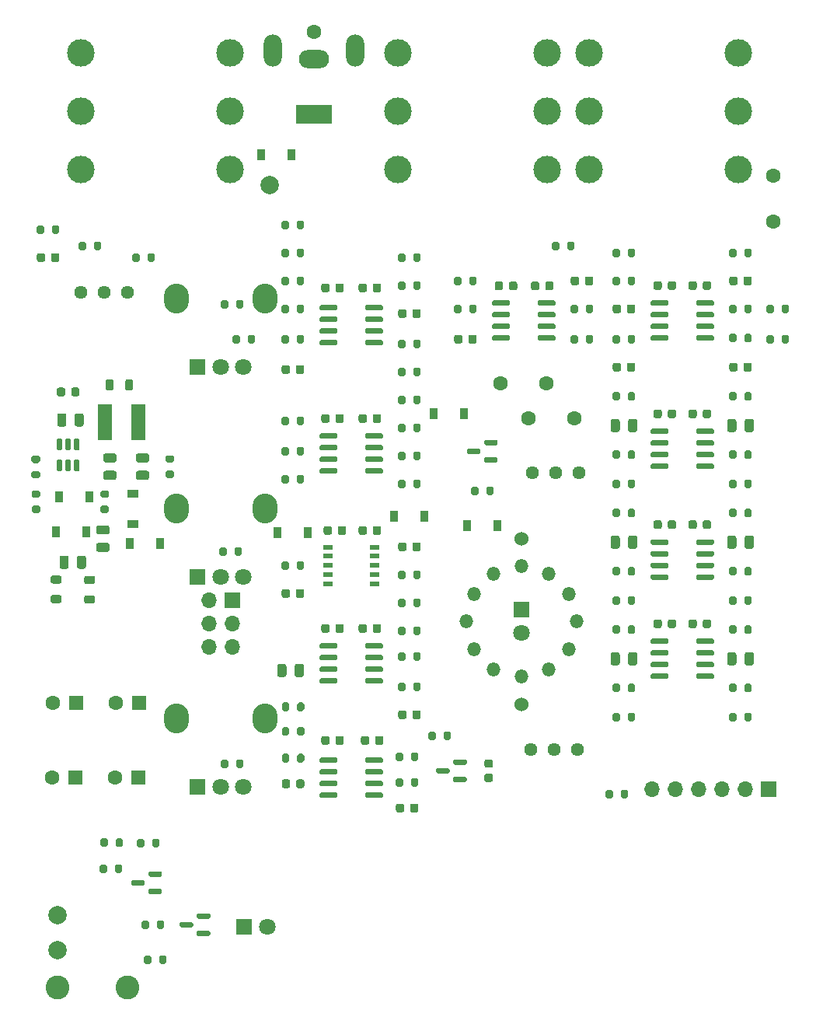
<source format=gbs>
G04 #@! TF.GenerationSoftware,KiCad,Pcbnew,6.0.5+dfsg-1~bpo11+1*
G04 #@! TF.CreationDate,2023-01-30T19:55:39+00:00*
G04 #@! TF.ProjectId,phasor_II,70686173-6f72-45f4-9949-2e6b69636164,0*
G04 #@! TF.SameCoordinates,Original*
G04 #@! TF.FileFunction,Soldermask,Bot*
G04 #@! TF.FilePolarity,Negative*
%FSLAX46Y46*%
G04 Gerber Fmt 4.6, Leading zero omitted, Abs format (unit mm)*
G04 Created by KiCad (PCBNEW 6.0.5+dfsg-1~bpo11+1) date 2023-01-30 19:55:39*
%MOMM*%
%LPD*%
G01*
G04 APERTURE LIST*
%ADD10O,2.720000X3.240000*%
%ADD11R,1.800000X1.800000*%
%ADD12C,1.800000*%
%ADD13C,2.600000*%
%ADD14R,0.900000X1.200000*%
%ADD15C,1.524000*%
%ADD16O,1.500000X1.500000*%
%ADD17R,1.700000X1.700000*%
%ADD18O,1.700000X1.700000*%
%ADD19C,1.600000*%
%ADD20C,1.440000*%
%ADD21C,2.000000*%
%ADD22C,3.000000*%
%ADD23R,1.600000X1.600000*%
%ADD24R,4.000000X2.000000*%
%ADD25O,3.300000X2.000000*%
%ADD26O,2.000000X3.500000*%
%ADD27R,1.200000X0.900000*%
%ADD28R,1.500000X4.000000*%
%ADD29R,1.100000X0.510000*%
G04 APERTURE END LIST*
D10*
X134340000Y-122040000D03*
X124740000Y-122040000D03*
D11*
X127040000Y-129540000D03*
D12*
X129540000Y-129540000D03*
X132040000Y-129540000D03*
D10*
X124740000Y-99180000D03*
X134340000Y-99180000D03*
D11*
X127040000Y-106680000D03*
D12*
X129540000Y-106680000D03*
X132040000Y-106680000D03*
D11*
X132075000Y-144780000D03*
D12*
X134615000Y-144780000D03*
D10*
X134340000Y-76320000D03*
X124740000Y-76320000D03*
D11*
X127040000Y-83820000D03*
D12*
X129540000Y-83820000D03*
X132040000Y-83820000D03*
G36*
G01*
X148889000Y-112797000D02*
X148889000Y-112247000D01*
G75*
G02*
X149089000Y-112047000I200000J0D01*
G01*
X149489000Y-112047000D01*
G75*
G02*
X149689000Y-112247000I0J-200000D01*
G01*
X149689000Y-112797000D01*
G75*
G02*
X149489000Y-112997000I-200000J0D01*
G01*
X149089000Y-112997000D01*
G75*
G02*
X148889000Y-112797000I0J200000D01*
G01*
G37*
G36*
G01*
X150539000Y-112797000D02*
X150539000Y-112247000D01*
G75*
G02*
X150739000Y-112047000I200000J0D01*
G01*
X151139000Y-112047000D01*
G75*
G02*
X151339000Y-112247000I0J-200000D01*
G01*
X151339000Y-112797000D01*
G75*
G02*
X151139000Y-112997000I-200000J0D01*
G01*
X150739000Y-112997000D01*
G75*
G02*
X150539000Y-112797000I0J200000D01*
G01*
G37*
G36*
G01*
X148889000Y-75205000D02*
X148889000Y-74655000D01*
G75*
G02*
X149089000Y-74455000I200000J0D01*
G01*
X149489000Y-74455000D01*
G75*
G02*
X149689000Y-74655000I0J-200000D01*
G01*
X149689000Y-75205000D01*
G75*
G02*
X149489000Y-75405000I-200000J0D01*
G01*
X149089000Y-75405000D01*
G75*
G02*
X148889000Y-75205000I0J200000D01*
G01*
G37*
G36*
G01*
X150539000Y-75205000D02*
X150539000Y-74655000D01*
G75*
G02*
X150739000Y-74455000I200000J0D01*
G01*
X151139000Y-74455000D01*
G75*
G02*
X151339000Y-74655000I0J-200000D01*
G01*
X151339000Y-75205000D01*
G75*
G02*
X151139000Y-75405000I-200000J0D01*
G01*
X150739000Y-75405000D01*
G75*
G02*
X150539000Y-75205000I0J200000D01*
G01*
G37*
D13*
X119380000Y-151384000D03*
X111760000Y-151384000D03*
G36*
G01*
X138639000Y-68051000D02*
X138639000Y-68601000D01*
G75*
G02*
X138439000Y-68801000I-200000J0D01*
G01*
X138039000Y-68801000D01*
G75*
G02*
X137839000Y-68601000I0J200000D01*
G01*
X137839000Y-68051000D01*
G75*
G02*
X138039000Y-67851000I200000J0D01*
G01*
X138439000Y-67851000D01*
G75*
G02*
X138639000Y-68051000I0J-200000D01*
G01*
G37*
G36*
G01*
X136989000Y-68051000D02*
X136989000Y-68601000D01*
G75*
G02*
X136789000Y-68801000I-200000J0D01*
G01*
X136389000Y-68801000D01*
G75*
G02*
X136189000Y-68601000I0J200000D01*
G01*
X136189000Y-68051000D01*
G75*
G02*
X136389000Y-67851000I200000J0D01*
G01*
X136789000Y-67851000D01*
G75*
G02*
X136989000Y-68051000I0J-200000D01*
G01*
G37*
G36*
G01*
X109672800Y-95916200D02*
X109122800Y-95916200D01*
G75*
G02*
X108922800Y-95716200I0J200000D01*
G01*
X108922800Y-95316200D01*
G75*
G02*
X109122800Y-95116200I200000J0D01*
G01*
X109672800Y-95116200D01*
G75*
G02*
X109872800Y-95316200I0J-200000D01*
G01*
X109872800Y-95716200D01*
G75*
G02*
X109672800Y-95916200I-200000J0D01*
G01*
G37*
G36*
G01*
X109672800Y-94266200D02*
X109122800Y-94266200D01*
G75*
G02*
X108922800Y-94066200I0J200000D01*
G01*
X108922800Y-93666200D01*
G75*
G02*
X109122800Y-93466200I200000J0D01*
G01*
X109672800Y-93466200D01*
G75*
G02*
X109872800Y-93666200I0J-200000D01*
G01*
X109872800Y-94066200D01*
G75*
G02*
X109672800Y-94266200I-200000J0D01*
G01*
G37*
G36*
G01*
X176702000Y-75180000D02*
X176702000Y-74680000D01*
G75*
G02*
X176927000Y-74455000I225000J0D01*
G01*
X177377000Y-74455000D01*
G75*
G02*
X177602000Y-74680000I0J-225000D01*
G01*
X177602000Y-75180000D01*
G75*
G02*
X177377000Y-75405000I-225000J0D01*
G01*
X176927000Y-75405000D01*
G75*
G02*
X176702000Y-75180000I0J225000D01*
G01*
G37*
G36*
G01*
X178252000Y-75180000D02*
X178252000Y-74680000D01*
G75*
G02*
X178477000Y-74455000I225000J0D01*
G01*
X178927000Y-74455000D01*
G75*
G02*
X179152000Y-74680000I0J-225000D01*
G01*
X179152000Y-75180000D01*
G75*
G02*
X178927000Y-75405000I-225000J0D01*
G01*
X178477000Y-75405000D01*
G75*
G02*
X178252000Y-75180000I0J225000D01*
G01*
G37*
G36*
G01*
X187407000Y-71099000D02*
X187407000Y-71649000D01*
G75*
G02*
X187207000Y-71849000I-200000J0D01*
G01*
X186807000Y-71849000D01*
G75*
G02*
X186607000Y-71649000I0J200000D01*
G01*
X186607000Y-71099000D01*
G75*
G02*
X186807000Y-70899000I200000J0D01*
G01*
X187207000Y-70899000D01*
G75*
G02*
X187407000Y-71099000I0J-200000D01*
G01*
G37*
G36*
G01*
X185757000Y-71099000D02*
X185757000Y-71649000D01*
G75*
G02*
X185557000Y-71849000I-200000J0D01*
G01*
X185157000Y-71849000D01*
G75*
G02*
X184957000Y-71649000I0J200000D01*
G01*
X184957000Y-71099000D01*
G75*
G02*
X185157000Y-70899000I200000J0D01*
G01*
X185557000Y-70899000D01*
G75*
G02*
X185757000Y-71099000I0J-200000D01*
G01*
G37*
G36*
G01*
X184957000Y-87270000D02*
X184957000Y-86720000D01*
G75*
G02*
X185157000Y-86520000I200000J0D01*
G01*
X185557000Y-86520000D01*
G75*
G02*
X185757000Y-86720000I0J-200000D01*
G01*
X185757000Y-87270000D01*
G75*
G02*
X185557000Y-87470000I-200000J0D01*
G01*
X185157000Y-87470000D01*
G75*
G02*
X184957000Y-87270000I0J200000D01*
G01*
G37*
G36*
G01*
X186607000Y-87270000D02*
X186607000Y-86720000D01*
G75*
G02*
X186807000Y-86520000I200000J0D01*
G01*
X187207000Y-86520000D01*
G75*
G02*
X187407000Y-86720000I0J-200000D01*
G01*
X187407000Y-87270000D01*
G75*
G02*
X187207000Y-87470000I-200000J0D01*
G01*
X186807000Y-87470000D01*
G75*
G02*
X186607000Y-87270000I0J200000D01*
G01*
G37*
G36*
G01*
X157435000Y-80522000D02*
X157435000Y-81022000D01*
G75*
G02*
X157210000Y-81247000I-225000J0D01*
G01*
X156760000Y-81247000D01*
G75*
G02*
X156535000Y-81022000I0J225000D01*
G01*
X156535000Y-80522000D01*
G75*
G02*
X156760000Y-80297000I225000J0D01*
G01*
X157210000Y-80297000D01*
G75*
G02*
X157435000Y-80522000I0J-225000D01*
G01*
G37*
G36*
G01*
X155885000Y-80522000D02*
X155885000Y-81022000D01*
G75*
G02*
X155660000Y-81247000I-225000J0D01*
G01*
X155210000Y-81247000D01*
G75*
G02*
X154985000Y-81022000I0J225000D01*
G01*
X154985000Y-80522000D01*
G75*
G02*
X155210000Y-80297000I225000J0D01*
G01*
X155660000Y-80297000D01*
G75*
G02*
X155885000Y-80522000I0J-225000D01*
G01*
G37*
G36*
G01*
X117953400Y-96090400D02*
X117003400Y-96090400D01*
G75*
G02*
X116753400Y-95840400I0J250000D01*
G01*
X116753400Y-95340400D01*
G75*
G02*
X117003400Y-95090400I250000J0D01*
G01*
X117953400Y-95090400D01*
G75*
G02*
X118203400Y-95340400I0J-250000D01*
G01*
X118203400Y-95840400D01*
G75*
G02*
X117953400Y-96090400I-250000J0D01*
G01*
G37*
G36*
G01*
X117953400Y-94190400D02*
X117003400Y-94190400D01*
G75*
G02*
X116753400Y-93940400I0J250000D01*
G01*
X116753400Y-93440400D01*
G75*
G02*
X117003400Y-93190400I250000J0D01*
G01*
X117953400Y-93190400D01*
G75*
G02*
X118203400Y-93440400I0J-250000D01*
G01*
X118203400Y-93940400D01*
G75*
G02*
X117953400Y-94190400I-250000J0D01*
G01*
G37*
G36*
G01*
X119933000Y-72157000D02*
X119933000Y-71607000D01*
G75*
G02*
X120133000Y-71407000I200000J0D01*
G01*
X120533000Y-71407000D01*
G75*
G02*
X120733000Y-71607000I0J-200000D01*
G01*
X120733000Y-72157000D01*
G75*
G02*
X120533000Y-72357000I-200000J0D01*
G01*
X120133000Y-72357000D01*
G75*
G02*
X119933000Y-72157000I0J200000D01*
G01*
G37*
G36*
G01*
X121583000Y-72157000D02*
X121583000Y-71607000D01*
G75*
G02*
X121783000Y-71407000I200000J0D01*
G01*
X122183000Y-71407000D01*
G75*
G02*
X122383000Y-71607000I0J-200000D01*
G01*
X122383000Y-72157000D01*
G75*
G02*
X122183000Y-72357000I-200000J0D01*
G01*
X121783000Y-72357000D01*
G75*
G02*
X121583000Y-72157000I0J200000D01*
G01*
G37*
D14*
X122938400Y-103022400D03*
X119638400Y-103022400D03*
G36*
G01*
X151339000Y-84053000D02*
X151339000Y-84603000D01*
G75*
G02*
X151139000Y-84803000I-200000J0D01*
G01*
X150739000Y-84803000D01*
G75*
G02*
X150539000Y-84603000I0J200000D01*
G01*
X150539000Y-84053000D01*
G75*
G02*
X150739000Y-83853000I200000J0D01*
G01*
X151139000Y-83853000D01*
G75*
G02*
X151339000Y-84053000I0J-200000D01*
G01*
G37*
G36*
G01*
X149689000Y-84053000D02*
X149689000Y-84603000D01*
G75*
G02*
X149489000Y-84803000I-200000J0D01*
G01*
X149089000Y-84803000D01*
G75*
G02*
X148889000Y-84603000I0J200000D01*
G01*
X148889000Y-84053000D01*
G75*
G02*
X149089000Y-83853000I200000J0D01*
G01*
X149489000Y-83853000D01*
G75*
G02*
X149689000Y-84053000I0J-200000D01*
G01*
G37*
G36*
G01*
X114153400Y-86262400D02*
X114153400Y-86762400D01*
G75*
G02*
X113928400Y-86987400I-225000J0D01*
G01*
X113478400Y-86987400D01*
G75*
G02*
X113253400Y-86762400I0J225000D01*
G01*
X113253400Y-86262400D01*
G75*
G02*
X113478400Y-86037400I225000J0D01*
G01*
X113928400Y-86037400D01*
G75*
G02*
X114153400Y-86262400I0J-225000D01*
G01*
G37*
G36*
G01*
X112603400Y-86262400D02*
X112603400Y-86762400D01*
G75*
G02*
X112378400Y-86987400I-225000J0D01*
G01*
X111928400Y-86987400D01*
G75*
G02*
X111703400Y-86762400I0J225000D01*
G01*
X111703400Y-86262400D01*
G75*
G02*
X111928400Y-86037400I225000J0D01*
G01*
X112378400Y-86037400D01*
G75*
G02*
X112603400Y-86262400I0J-225000D01*
G01*
G37*
D15*
X162306000Y-102506000D03*
X162306000Y-120506000D03*
D12*
X162306000Y-112776000D03*
D11*
X162306000Y-110236000D03*
D16*
X156306000Y-111506000D03*
X157109848Y-114505999D03*
X159306000Y-116702152D03*
X162306000Y-117506000D03*
X165305999Y-116702152D03*
X167502152Y-114505999D03*
X168306000Y-111506000D03*
X167502152Y-108506000D03*
X165306000Y-106309848D03*
X162306000Y-105506000D03*
X159306000Y-106309848D03*
X157109848Y-108506000D03*
G36*
G01*
X172032000Y-103345000D02*
X172032000Y-102395000D01*
G75*
G02*
X172282000Y-102145000I250000J0D01*
G01*
X172782000Y-102145000D01*
G75*
G02*
X173032000Y-102395000I0J-250000D01*
G01*
X173032000Y-103345000D01*
G75*
G02*
X172782000Y-103595000I-250000J0D01*
G01*
X172282000Y-103595000D01*
G75*
G02*
X172032000Y-103345000I0J250000D01*
G01*
G37*
G36*
G01*
X173932000Y-103345000D02*
X173932000Y-102395000D01*
G75*
G02*
X174182000Y-102145000I250000J0D01*
G01*
X174682000Y-102145000D01*
G75*
G02*
X174932000Y-102395000I0J-250000D01*
G01*
X174932000Y-103345000D01*
G75*
G02*
X174682000Y-103595000I-250000J0D01*
G01*
X174182000Y-103595000D01*
G75*
G02*
X173932000Y-103345000I0J250000D01*
G01*
G37*
G36*
G01*
X130855000Y-81047000D02*
X130855000Y-80497000D01*
G75*
G02*
X131055000Y-80297000I200000J0D01*
G01*
X131455000Y-80297000D01*
G75*
G02*
X131655000Y-80497000I0J-200000D01*
G01*
X131655000Y-81047000D01*
G75*
G02*
X131455000Y-81247000I-200000J0D01*
G01*
X131055000Y-81247000D01*
G75*
G02*
X130855000Y-81047000I0J200000D01*
G01*
G37*
G36*
G01*
X132505000Y-81047000D02*
X132505000Y-80497000D01*
G75*
G02*
X132705000Y-80297000I200000J0D01*
G01*
X133105000Y-80297000D01*
G75*
G02*
X133305000Y-80497000I0J-200000D01*
G01*
X133305000Y-81047000D01*
G75*
G02*
X133105000Y-81247000I-200000J0D01*
G01*
X132705000Y-81247000D01*
G75*
G02*
X132505000Y-81047000I0J200000D01*
G01*
G37*
G36*
G01*
X176382000Y-106830000D02*
X176382000Y-106530000D01*
G75*
G02*
X176532000Y-106380000I150000J0D01*
G01*
X178182000Y-106380000D01*
G75*
G02*
X178332000Y-106530000I0J-150000D01*
G01*
X178332000Y-106830000D01*
G75*
G02*
X178182000Y-106980000I-150000J0D01*
G01*
X176532000Y-106980000D01*
G75*
G02*
X176382000Y-106830000I0J150000D01*
G01*
G37*
G36*
G01*
X176382000Y-105560000D02*
X176382000Y-105260000D01*
G75*
G02*
X176532000Y-105110000I150000J0D01*
G01*
X178182000Y-105110000D01*
G75*
G02*
X178332000Y-105260000I0J-150000D01*
G01*
X178332000Y-105560000D01*
G75*
G02*
X178182000Y-105710000I-150000J0D01*
G01*
X176532000Y-105710000D01*
G75*
G02*
X176382000Y-105560000I0J150000D01*
G01*
G37*
G36*
G01*
X176382000Y-104290000D02*
X176382000Y-103990000D01*
G75*
G02*
X176532000Y-103840000I150000J0D01*
G01*
X178182000Y-103840000D01*
G75*
G02*
X178332000Y-103990000I0J-150000D01*
G01*
X178332000Y-104290000D01*
G75*
G02*
X178182000Y-104440000I-150000J0D01*
G01*
X176532000Y-104440000D01*
G75*
G02*
X176382000Y-104290000I0J150000D01*
G01*
G37*
G36*
G01*
X176382000Y-103020000D02*
X176382000Y-102720000D01*
G75*
G02*
X176532000Y-102570000I150000J0D01*
G01*
X178182000Y-102570000D01*
G75*
G02*
X178332000Y-102720000I0J-150000D01*
G01*
X178332000Y-103020000D01*
G75*
G02*
X178182000Y-103170000I-150000J0D01*
G01*
X176532000Y-103170000D01*
G75*
G02*
X176382000Y-103020000I0J150000D01*
G01*
G37*
G36*
G01*
X181332000Y-103020000D02*
X181332000Y-102720000D01*
G75*
G02*
X181482000Y-102570000I150000J0D01*
G01*
X183132000Y-102570000D01*
G75*
G02*
X183282000Y-102720000I0J-150000D01*
G01*
X183282000Y-103020000D01*
G75*
G02*
X183132000Y-103170000I-150000J0D01*
G01*
X181482000Y-103170000D01*
G75*
G02*
X181332000Y-103020000I0J150000D01*
G01*
G37*
G36*
G01*
X181332000Y-104290000D02*
X181332000Y-103990000D01*
G75*
G02*
X181482000Y-103840000I150000J0D01*
G01*
X183132000Y-103840000D01*
G75*
G02*
X183282000Y-103990000I0J-150000D01*
G01*
X183282000Y-104290000D01*
G75*
G02*
X183132000Y-104440000I-150000J0D01*
G01*
X181482000Y-104440000D01*
G75*
G02*
X181332000Y-104290000I0J150000D01*
G01*
G37*
G36*
G01*
X181332000Y-105560000D02*
X181332000Y-105260000D01*
G75*
G02*
X181482000Y-105110000I150000J0D01*
G01*
X183132000Y-105110000D01*
G75*
G02*
X183282000Y-105260000I0J-150000D01*
G01*
X183282000Y-105560000D01*
G75*
G02*
X183132000Y-105710000I-150000J0D01*
G01*
X181482000Y-105710000D01*
G75*
G02*
X181332000Y-105560000I0J150000D01*
G01*
G37*
G36*
G01*
X181332000Y-106830000D02*
X181332000Y-106530000D01*
G75*
G02*
X181482000Y-106380000I150000J0D01*
G01*
X183132000Y-106380000D01*
G75*
G02*
X183282000Y-106530000I0J-150000D01*
G01*
X183282000Y-106830000D01*
G75*
G02*
X183132000Y-106980000I-150000J0D01*
G01*
X181482000Y-106980000D01*
G75*
G02*
X181332000Y-106830000I0J150000D01*
G01*
G37*
G36*
G01*
X123150000Y-138854000D02*
X123150000Y-139154000D01*
G75*
G02*
X123000000Y-139304000I-150000J0D01*
G01*
X121825000Y-139304000D01*
G75*
G02*
X121675000Y-139154000I0J150000D01*
G01*
X121675000Y-138854000D01*
G75*
G02*
X121825000Y-138704000I150000J0D01*
G01*
X123000000Y-138704000D01*
G75*
G02*
X123150000Y-138854000I0J-150000D01*
G01*
G37*
G36*
G01*
X123150000Y-140754000D02*
X123150000Y-141054000D01*
G75*
G02*
X123000000Y-141204000I-150000J0D01*
G01*
X121825000Y-141204000D01*
G75*
G02*
X121675000Y-141054000I0J150000D01*
G01*
X121675000Y-140754000D01*
G75*
G02*
X121825000Y-140604000I150000J0D01*
G01*
X123000000Y-140604000D01*
G75*
G02*
X123150000Y-140754000I0J-150000D01*
G01*
G37*
G36*
G01*
X121275000Y-139804000D02*
X121275000Y-140104000D01*
G75*
G02*
X121125000Y-140254000I-150000J0D01*
G01*
X119950000Y-140254000D01*
G75*
G02*
X119800000Y-140104000I0J150000D01*
G01*
X119800000Y-139804000D01*
G75*
G02*
X119950000Y-139654000I150000J0D01*
G01*
X121125000Y-139654000D01*
G75*
G02*
X121275000Y-139804000I0J-150000D01*
G01*
G37*
G36*
G01*
X174707000Y-108945000D02*
X174707000Y-109495000D01*
G75*
G02*
X174507000Y-109695000I-200000J0D01*
G01*
X174107000Y-109695000D01*
G75*
G02*
X173907000Y-109495000I0J200000D01*
G01*
X173907000Y-108945000D01*
G75*
G02*
X174107000Y-108745000I200000J0D01*
G01*
X174507000Y-108745000D01*
G75*
G02*
X174707000Y-108945000I0J-200000D01*
G01*
G37*
G36*
G01*
X173057000Y-108945000D02*
X173057000Y-109495000D01*
G75*
G02*
X172857000Y-109695000I-200000J0D01*
G01*
X172457000Y-109695000D01*
G75*
G02*
X172257000Y-109495000I0J200000D01*
G01*
X172257000Y-108945000D01*
G75*
G02*
X172457000Y-108745000I200000J0D01*
G01*
X172857000Y-108745000D01*
G75*
G02*
X173057000Y-108945000I0J-200000D01*
G01*
G37*
G36*
G01*
X174707000Y-96245000D02*
X174707000Y-96795000D01*
G75*
G02*
X174507000Y-96995000I-200000J0D01*
G01*
X174107000Y-96995000D01*
G75*
G02*
X173907000Y-96795000I0J200000D01*
G01*
X173907000Y-96245000D01*
G75*
G02*
X174107000Y-96045000I200000J0D01*
G01*
X174507000Y-96045000D01*
G75*
G02*
X174707000Y-96245000I0J-200000D01*
G01*
G37*
G36*
G01*
X173057000Y-96245000D02*
X173057000Y-96795000D01*
G75*
G02*
X172857000Y-96995000I-200000J0D01*
G01*
X172457000Y-96995000D01*
G75*
G02*
X172257000Y-96795000I0J200000D01*
G01*
X172257000Y-96245000D01*
G75*
G02*
X172457000Y-96045000I200000J0D01*
G01*
X172857000Y-96045000D01*
G75*
G02*
X173057000Y-96245000I0J-200000D01*
G01*
G37*
D14*
X148464000Y-100076000D03*
X151764000Y-100076000D03*
G36*
G01*
X138639000Y-105135000D02*
X138639000Y-105685000D01*
G75*
G02*
X138439000Y-105885000I-200000J0D01*
G01*
X138039000Y-105885000D01*
G75*
G02*
X137839000Y-105685000I0J200000D01*
G01*
X137839000Y-105135000D01*
G75*
G02*
X138039000Y-104935000I200000J0D01*
G01*
X138439000Y-104935000D01*
G75*
G02*
X138639000Y-105135000I0J-200000D01*
G01*
G37*
G36*
G01*
X136989000Y-105135000D02*
X136989000Y-105685000D01*
G75*
G02*
X136789000Y-105885000I-200000J0D01*
G01*
X136389000Y-105885000D01*
G75*
G02*
X136189000Y-105685000I0J200000D01*
G01*
X136189000Y-105135000D01*
G75*
G02*
X136389000Y-104935000I200000J0D01*
G01*
X136789000Y-104935000D01*
G75*
G02*
X136989000Y-105135000I0J-200000D01*
G01*
G37*
D17*
X189230000Y-129794000D03*
D18*
X186690000Y-129794000D03*
X184150000Y-129794000D03*
X181610000Y-129794000D03*
X179070000Y-129794000D03*
X176530000Y-129794000D03*
G36*
G01*
X180512000Y-75180000D02*
X180512000Y-74680000D01*
G75*
G02*
X180737000Y-74455000I225000J0D01*
G01*
X181187000Y-74455000D01*
G75*
G02*
X181412000Y-74680000I0J-225000D01*
G01*
X181412000Y-75180000D01*
G75*
G02*
X181187000Y-75405000I-225000J0D01*
G01*
X180737000Y-75405000D01*
G75*
G02*
X180512000Y-75180000I0J225000D01*
G01*
G37*
G36*
G01*
X182062000Y-75180000D02*
X182062000Y-74680000D01*
G75*
G02*
X182287000Y-74455000I225000J0D01*
G01*
X182737000Y-74455000D01*
G75*
G02*
X182962000Y-74680000I0J-225000D01*
G01*
X182962000Y-75180000D01*
G75*
G02*
X182737000Y-75405000I-225000J0D01*
G01*
X182287000Y-75405000D01*
G75*
G02*
X182062000Y-75180000I0J225000D01*
G01*
G37*
G36*
G01*
X191471000Y-80497000D02*
X191471000Y-81047000D01*
G75*
G02*
X191271000Y-81247000I-200000J0D01*
G01*
X190871000Y-81247000D01*
G75*
G02*
X190671000Y-81047000I0J200000D01*
G01*
X190671000Y-80497000D01*
G75*
G02*
X190871000Y-80297000I200000J0D01*
G01*
X191271000Y-80297000D01*
G75*
G02*
X191471000Y-80497000I0J-200000D01*
G01*
G37*
G36*
G01*
X189821000Y-80497000D02*
X189821000Y-81047000D01*
G75*
G02*
X189621000Y-81247000I-200000J0D01*
G01*
X189221000Y-81247000D01*
G75*
G02*
X189021000Y-81047000I0J200000D01*
G01*
X189021000Y-80497000D01*
G75*
G02*
X189221000Y-80297000I200000J0D01*
G01*
X189621000Y-80297000D01*
G75*
G02*
X189821000Y-80497000I0J-200000D01*
G01*
G37*
G36*
G01*
X138639000Y-71099000D02*
X138639000Y-71649000D01*
G75*
G02*
X138439000Y-71849000I-200000J0D01*
G01*
X138039000Y-71849000D01*
G75*
G02*
X137839000Y-71649000I0J200000D01*
G01*
X137839000Y-71099000D01*
G75*
G02*
X138039000Y-70899000I200000J0D01*
G01*
X138439000Y-70899000D01*
G75*
G02*
X138639000Y-71099000I0J-200000D01*
G01*
G37*
G36*
G01*
X136989000Y-71099000D02*
X136989000Y-71649000D01*
G75*
G02*
X136789000Y-71849000I-200000J0D01*
G01*
X136389000Y-71849000D01*
G75*
G02*
X136189000Y-71649000I0J200000D01*
G01*
X136189000Y-71099000D01*
G75*
G02*
X136389000Y-70899000I200000J0D01*
G01*
X136789000Y-70899000D01*
G75*
G02*
X136989000Y-71099000I0J-200000D01*
G01*
G37*
G36*
G01*
X187407000Y-118470000D02*
X187407000Y-119020000D01*
G75*
G02*
X187207000Y-119220000I-200000J0D01*
G01*
X186807000Y-119220000D01*
G75*
G02*
X186607000Y-119020000I0J200000D01*
G01*
X186607000Y-118470000D01*
G75*
G02*
X186807000Y-118270000I200000J0D01*
G01*
X187207000Y-118270000D01*
G75*
G02*
X187407000Y-118470000I0J-200000D01*
G01*
G37*
G36*
G01*
X185757000Y-118470000D02*
X185757000Y-119020000D01*
G75*
G02*
X185557000Y-119220000I-200000J0D01*
G01*
X185157000Y-119220000D01*
G75*
G02*
X184957000Y-119020000I0J200000D01*
G01*
X184957000Y-118470000D01*
G75*
G02*
X185157000Y-118270000I200000J0D01*
G01*
X185557000Y-118270000D01*
G75*
G02*
X185757000Y-118470000I0J-200000D01*
G01*
G37*
G36*
G01*
X151339000Y-106151000D02*
X151339000Y-106701000D01*
G75*
G02*
X151139000Y-106901000I-200000J0D01*
G01*
X150739000Y-106901000D01*
G75*
G02*
X150539000Y-106701000I0J200000D01*
G01*
X150539000Y-106151000D01*
G75*
G02*
X150739000Y-105951000I200000J0D01*
G01*
X151139000Y-105951000D01*
G75*
G02*
X151339000Y-106151000I0J-200000D01*
G01*
G37*
G36*
G01*
X149689000Y-106151000D02*
X149689000Y-106701000D01*
G75*
G02*
X149489000Y-106901000I-200000J0D01*
G01*
X149089000Y-106901000D01*
G75*
G02*
X148889000Y-106701000I0J200000D01*
G01*
X148889000Y-106151000D01*
G75*
G02*
X149089000Y-105951000I200000J0D01*
G01*
X149489000Y-105951000D01*
G75*
G02*
X149689000Y-106151000I0J-200000D01*
G01*
G37*
G36*
G01*
X138639000Y-89387000D02*
X138639000Y-89937000D01*
G75*
G02*
X138439000Y-90137000I-200000J0D01*
G01*
X138039000Y-90137000D01*
G75*
G02*
X137839000Y-89937000I0J200000D01*
G01*
X137839000Y-89387000D01*
G75*
G02*
X138039000Y-89187000I200000J0D01*
G01*
X138439000Y-89187000D01*
G75*
G02*
X138639000Y-89387000I0J-200000D01*
G01*
G37*
G36*
G01*
X136989000Y-89387000D02*
X136989000Y-89937000D01*
G75*
G02*
X136789000Y-90137000I-200000J0D01*
G01*
X136389000Y-90137000D01*
G75*
G02*
X136189000Y-89937000I0J200000D01*
G01*
X136189000Y-89387000D01*
G75*
G02*
X136389000Y-89187000I200000J0D01*
G01*
X136789000Y-89187000D01*
G75*
G02*
X136989000Y-89387000I0J-200000D01*
G01*
G37*
G36*
G01*
X131844000Y-103611000D02*
X131844000Y-104161000D01*
G75*
G02*
X131644000Y-104361000I-200000J0D01*
G01*
X131244000Y-104361000D01*
G75*
G02*
X131044000Y-104161000I0J200000D01*
G01*
X131044000Y-103611000D01*
G75*
G02*
X131244000Y-103411000I200000J0D01*
G01*
X131644000Y-103411000D01*
G75*
G02*
X131844000Y-103611000I0J-200000D01*
G01*
G37*
G36*
G01*
X130194000Y-103611000D02*
X130194000Y-104161000D01*
G75*
G02*
X129994000Y-104361000I-200000J0D01*
G01*
X129594000Y-104361000D01*
G75*
G02*
X129394000Y-104161000I0J200000D01*
G01*
X129394000Y-103611000D01*
G75*
G02*
X129594000Y-103411000I200000J0D01*
G01*
X129994000Y-103411000D01*
G75*
G02*
X130194000Y-103611000I0J-200000D01*
G01*
G37*
G36*
G01*
X136214400Y-129434400D02*
X136214400Y-128934400D01*
G75*
G02*
X136439400Y-128709400I225000J0D01*
G01*
X136889400Y-128709400D01*
G75*
G02*
X137114400Y-128934400I0J-225000D01*
G01*
X137114400Y-129434400D01*
G75*
G02*
X136889400Y-129659400I-225000J0D01*
G01*
X136439400Y-129659400D01*
G75*
G02*
X136214400Y-129434400I0J225000D01*
G01*
G37*
G36*
G01*
X137764400Y-129434400D02*
X137764400Y-128934400D01*
G75*
G02*
X137989400Y-128709400I225000J0D01*
G01*
X138439400Y-128709400D01*
G75*
G02*
X138664400Y-128934400I0J-225000D01*
G01*
X138664400Y-129434400D01*
G75*
G02*
X138439400Y-129659400I-225000J0D01*
G01*
X137989400Y-129659400D01*
G75*
G02*
X137764400Y-129434400I0J225000D01*
G01*
G37*
G36*
G01*
X140314000Y-95273000D02*
X140314000Y-94973000D01*
G75*
G02*
X140464000Y-94823000I150000J0D01*
G01*
X142114000Y-94823000D01*
G75*
G02*
X142264000Y-94973000I0J-150000D01*
G01*
X142264000Y-95273000D01*
G75*
G02*
X142114000Y-95423000I-150000J0D01*
G01*
X140464000Y-95423000D01*
G75*
G02*
X140314000Y-95273000I0J150000D01*
G01*
G37*
G36*
G01*
X140314000Y-94003000D02*
X140314000Y-93703000D01*
G75*
G02*
X140464000Y-93553000I150000J0D01*
G01*
X142114000Y-93553000D01*
G75*
G02*
X142264000Y-93703000I0J-150000D01*
G01*
X142264000Y-94003000D01*
G75*
G02*
X142114000Y-94153000I-150000J0D01*
G01*
X140464000Y-94153000D01*
G75*
G02*
X140314000Y-94003000I0J150000D01*
G01*
G37*
G36*
G01*
X140314000Y-92733000D02*
X140314000Y-92433000D01*
G75*
G02*
X140464000Y-92283000I150000J0D01*
G01*
X142114000Y-92283000D01*
G75*
G02*
X142264000Y-92433000I0J-150000D01*
G01*
X142264000Y-92733000D01*
G75*
G02*
X142114000Y-92883000I-150000J0D01*
G01*
X140464000Y-92883000D01*
G75*
G02*
X140314000Y-92733000I0J150000D01*
G01*
G37*
G36*
G01*
X140314000Y-91463000D02*
X140314000Y-91163000D01*
G75*
G02*
X140464000Y-91013000I150000J0D01*
G01*
X142114000Y-91013000D01*
G75*
G02*
X142264000Y-91163000I0J-150000D01*
G01*
X142264000Y-91463000D01*
G75*
G02*
X142114000Y-91613000I-150000J0D01*
G01*
X140464000Y-91613000D01*
G75*
G02*
X140314000Y-91463000I0J150000D01*
G01*
G37*
G36*
G01*
X145264000Y-91463000D02*
X145264000Y-91163000D01*
G75*
G02*
X145414000Y-91013000I150000J0D01*
G01*
X147064000Y-91013000D01*
G75*
G02*
X147214000Y-91163000I0J-150000D01*
G01*
X147214000Y-91463000D01*
G75*
G02*
X147064000Y-91613000I-150000J0D01*
G01*
X145414000Y-91613000D01*
G75*
G02*
X145264000Y-91463000I0J150000D01*
G01*
G37*
G36*
G01*
X145264000Y-92733000D02*
X145264000Y-92433000D01*
G75*
G02*
X145414000Y-92283000I150000J0D01*
G01*
X147064000Y-92283000D01*
G75*
G02*
X147214000Y-92433000I0J-150000D01*
G01*
X147214000Y-92733000D01*
G75*
G02*
X147064000Y-92883000I-150000J0D01*
G01*
X145414000Y-92883000D01*
G75*
G02*
X145264000Y-92733000I0J150000D01*
G01*
G37*
G36*
G01*
X145264000Y-94003000D02*
X145264000Y-93703000D01*
G75*
G02*
X145414000Y-93553000I150000J0D01*
G01*
X147064000Y-93553000D01*
G75*
G02*
X147214000Y-93703000I0J-150000D01*
G01*
X147214000Y-94003000D01*
G75*
G02*
X147064000Y-94153000I-150000J0D01*
G01*
X145414000Y-94153000D01*
G75*
G02*
X145264000Y-94003000I0J150000D01*
G01*
G37*
G36*
G01*
X145264000Y-95273000D02*
X145264000Y-94973000D01*
G75*
G02*
X145414000Y-94823000I150000J0D01*
G01*
X147064000Y-94823000D01*
G75*
G02*
X147214000Y-94973000I0J-150000D01*
G01*
X147214000Y-95273000D01*
G75*
G02*
X147064000Y-95423000I-150000J0D01*
G01*
X145414000Y-95423000D01*
G75*
G02*
X145264000Y-95273000I0J150000D01*
G01*
G37*
G36*
G01*
X138639000Y-108208000D02*
X138639000Y-108708000D01*
G75*
G02*
X138414000Y-108933000I-225000J0D01*
G01*
X137964000Y-108933000D01*
G75*
G02*
X137739000Y-108708000I0J225000D01*
G01*
X137739000Y-108208000D01*
G75*
G02*
X137964000Y-107983000I225000J0D01*
G01*
X138414000Y-107983000D01*
G75*
G02*
X138639000Y-108208000I0J-225000D01*
G01*
G37*
G36*
G01*
X137089000Y-108208000D02*
X137089000Y-108708000D01*
G75*
G02*
X136864000Y-108933000I-225000J0D01*
G01*
X136414000Y-108933000D01*
G75*
G02*
X136189000Y-108708000I0J225000D01*
G01*
X136189000Y-108208000D01*
G75*
G02*
X136414000Y-107983000I225000J0D01*
G01*
X136864000Y-107983000D01*
G75*
G02*
X137089000Y-108208000I0J-225000D01*
G01*
G37*
G36*
G01*
X180512000Y-112010000D02*
X180512000Y-111510000D01*
G75*
G02*
X180737000Y-111285000I225000J0D01*
G01*
X181187000Y-111285000D01*
G75*
G02*
X181412000Y-111510000I0J-225000D01*
G01*
X181412000Y-112010000D01*
G75*
G02*
X181187000Y-112235000I-225000J0D01*
G01*
X180737000Y-112235000D01*
G75*
G02*
X180512000Y-112010000I0J225000D01*
G01*
G37*
G36*
G01*
X182062000Y-112010000D02*
X182062000Y-111510000D01*
G75*
G02*
X182287000Y-111285000I225000J0D01*
G01*
X182737000Y-111285000D01*
G75*
G02*
X182962000Y-111510000I0J-225000D01*
G01*
X182962000Y-112010000D01*
G75*
G02*
X182737000Y-112235000I-225000J0D01*
G01*
X182287000Y-112235000D01*
G75*
G02*
X182062000Y-112010000I0J225000D01*
G01*
G37*
G36*
G01*
X156361000Y-126662000D02*
X156361000Y-126962000D01*
G75*
G02*
X156211000Y-127112000I-150000J0D01*
G01*
X155036000Y-127112000D01*
G75*
G02*
X154886000Y-126962000I0J150000D01*
G01*
X154886000Y-126662000D01*
G75*
G02*
X155036000Y-126512000I150000J0D01*
G01*
X156211000Y-126512000D01*
G75*
G02*
X156361000Y-126662000I0J-150000D01*
G01*
G37*
G36*
G01*
X156361000Y-128562000D02*
X156361000Y-128862000D01*
G75*
G02*
X156211000Y-129012000I-150000J0D01*
G01*
X155036000Y-129012000D01*
G75*
G02*
X154886000Y-128862000I0J150000D01*
G01*
X154886000Y-128562000D01*
G75*
G02*
X155036000Y-128412000I150000J0D01*
G01*
X156211000Y-128412000D01*
G75*
G02*
X156361000Y-128562000I0J-150000D01*
G01*
G37*
G36*
G01*
X154486000Y-127612000D02*
X154486000Y-127912000D01*
G75*
G02*
X154336000Y-128062000I-150000J0D01*
G01*
X153161000Y-128062000D01*
G75*
G02*
X153011000Y-127912000I0J150000D01*
G01*
X153011000Y-127612000D01*
G75*
G02*
X153161000Y-127462000I150000J0D01*
G01*
X154336000Y-127462000D01*
G75*
G02*
X154486000Y-127612000I0J-150000D01*
G01*
G37*
G36*
G01*
X184957000Y-109495000D02*
X184957000Y-108945000D01*
G75*
G02*
X185157000Y-108745000I200000J0D01*
G01*
X185557000Y-108745000D01*
G75*
G02*
X185757000Y-108945000I0J-200000D01*
G01*
X185757000Y-109495000D01*
G75*
G02*
X185557000Y-109695000I-200000J0D01*
G01*
X185157000Y-109695000D01*
G75*
G02*
X184957000Y-109495000I0J200000D01*
G01*
G37*
G36*
G01*
X186607000Y-109495000D02*
X186607000Y-108945000D01*
G75*
G02*
X186807000Y-108745000I200000J0D01*
G01*
X187207000Y-108745000D01*
G75*
G02*
X187407000Y-108945000I0J-200000D01*
G01*
X187407000Y-109495000D01*
G75*
G02*
X187207000Y-109695000I-200000J0D01*
G01*
X186807000Y-109695000D01*
G75*
G02*
X186607000Y-109495000I0J200000D01*
G01*
G37*
G36*
G01*
X151085000Y-131576000D02*
X151085000Y-132076000D01*
G75*
G02*
X150860000Y-132301000I-225000J0D01*
G01*
X150410000Y-132301000D01*
G75*
G02*
X150185000Y-132076000I0J225000D01*
G01*
X150185000Y-131576000D01*
G75*
G02*
X150410000Y-131351000I225000J0D01*
G01*
X150860000Y-131351000D01*
G75*
G02*
X151085000Y-131576000I0J-225000D01*
G01*
G37*
G36*
G01*
X149535000Y-131576000D02*
X149535000Y-132076000D01*
G75*
G02*
X149310000Y-132301000I-225000J0D01*
G01*
X148860000Y-132301000D01*
G75*
G02*
X148635000Y-132076000I0J225000D01*
G01*
X148635000Y-131576000D01*
G75*
G02*
X148860000Y-131351000I225000J0D01*
G01*
X149310000Y-131351000D01*
G75*
G02*
X149535000Y-131576000I0J-225000D01*
G01*
G37*
G36*
G01*
X136189000Y-84324000D02*
X136189000Y-83824000D01*
G75*
G02*
X136414000Y-83599000I225000J0D01*
G01*
X136864000Y-83599000D01*
G75*
G02*
X137089000Y-83824000I0J-225000D01*
G01*
X137089000Y-84324000D01*
G75*
G02*
X136864000Y-84549000I-225000J0D01*
G01*
X136414000Y-84549000D01*
G75*
G02*
X136189000Y-84324000I0J225000D01*
G01*
G37*
G36*
G01*
X137739000Y-84324000D02*
X137739000Y-83824000D01*
G75*
G02*
X137964000Y-83599000I225000J0D01*
G01*
X138414000Y-83599000D01*
G75*
G02*
X138639000Y-83824000I0J-225000D01*
G01*
X138639000Y-84324000D01*
G75*
G02*
X138414000Y-84549000I-225000J0D01*
G01*
X137964000Y-84549000D01*
G75*
G02*
X137739000Y-84324000I0J225000D01*
G01*
G37*
G36*
G01*
X144571000Y-89658000D02*
X144571000Y-89158000D01*
G75*
G02*
X144796000Y-88933000I225000J0D01*
G01*
X145246000Y-88933000D01*
G75*
G02*
X145471000Y-89158000I0J-225000D01*
G01*
X145471000Y-89658000D01*
G75*
G02*
X145246000Y-89883000I-225000J0D01*
G01*
X144796000Y-89883000D01*
G75*
G02*
X144571000Y-89658000I0J225000D01*
G01*
G37*
G36*
G01*
X146121000Y-89658000D02*
X146121000Y-89158000D01*
G75*
G02*
X146346000Y-88933000I225000J0D01*
G01*
X146796000Y-88933000D01*
G75*
G02*
X147021000Y-89158000I0J-225000D01*
G01*
X147021000Y-89658000D01*
G75*
G02*
X146796000Y-89883000I-225000J0D01*
G01*
X146346000Y-89883000D01*
G75*
G02*
X146121000Y-89658000I0J225000D01*
G01*
G37*
G36*
G01*
X184957000Y-122195000D02*
X184957000Y-121645000D01*
G75*
G02*
X185157000Y-121445000I200000J0D01*
G01*
X185557000Y-121445000D01*
G75*
G02*
X185757000Y-121645000I0J-200000D01*
G01*
X185757000Y-122195000D01*
G75*
G02*
X185557000Y-122395000I-200000J0D01*
G01*
X185157000Y-122395000D01*
G75*
G02*
X184957000Y-122195000I0J200000D01*
G01*
G37*
G36*
G01*
X186607000Y-122195000D02*
X186607000Y-121645000D01*
G75*
G02*
X186807000Y-121445000I200000J0D01*
G01*
X187207000Y-121445000D01*
G75*
G02*
X187407000Y-121645000I0J-200000D01*
G01*
X187407000Y-122195000D01*
G75*
G02*
X187207000Y-122395000I-200000J0D01*
G01*
X186807000Y-122395000D01*
G75*
G02*
X186607000Y-122195000I0J200000D01*
G01*
G37*
G36*
G01*
X184957000Y-99970000D02*
X184957000Y-99420000D01*
G75*
G02*
X185157000Y-99220000I200000J0D01*
G01*
X185557000Y-99220000D01*
G75*
G02*
X185757000Y-99420000I0J-200000D01*
G01*
X185757000Y-99970000D01*
G75*
G02*
X185557000Y-100170000I-200000J0D01*
G01*
X185157000Y-100170000D01*
G75*
G02*
X184957000Y-99970000I0J200000D01*
G01*
G37*
G36*
G01*
X186607000Y-99970000D02*
X186607000Y-99420000D01*
G75*
G02*
X186807000Y-99220000I200000J0D01*
G01*
X187207000Y-99220000D01*
G75*
G02*
X187407000Y-99420000I0J-200000D01*
G01*
X187407000Y-99970000D01*
G75*
G02*
X187207000Y-100170000I-200000J0D01*
G01*
X186807000Y-100170000D01*
G75*
G02*
X186607000Y-99970000I0J200000D01*
G01*
G37*
G36*
G01*
X122891000Y-135361000D02*
X122891000Y-135911000D01*
G75*
G02*
X122691000Y-136111000I-200000J0D01*
G01*
X122291000Y-136111000D01*
G75*
G02*
X122091000Y-135911000I0J200000D01*
G01*
X122091000Y-135361000D01*
G75*
G02*
X122291000Y-135161000I200000J0D01*
G01*
X122691000Y-135161000D01*
G75*
G02*
X122891000Y-135361000I0J-200000D01*
G01*
G37*
G36*
G01*
X121241000Y-135361000D02*
X121241000Y-135911000D01*
G75*
G02*
X121041000Y-136111000I-200000J0D01*
G01*
X120641000Y-136111000D01*
G75*
G02*
X120441000Y-135911000I0J200000D01*
G01*
X120441000Y-135361000D01*
G75*
G02*
X120641000Y-135161000I200000J0D01*
G01*
X121041000Y-135161000D01*
G75*
G02*
X121241000Y-135361000I0J-200000D01*
G01*
G37*
G36*
G01*
X151339000Y-90149000D02*
X151339000Y-90699000D01*
G75*
G02*
X151139000Y-90899000I-200000J0D01*
G01*
X150739000Y-90899000D01*
G75*
G02*
X150539000Y-90699000I0J200000D01*
G01*
X150539000Y-90149000D01*
G75*
G02*
X150739000Y-89949000I200000J0D01*
G01*
X151139000Y-89949000D01*
G75*
G02*
X151339000Y-90149000I0J-200000D01*
G01*
G37*
G36*
G01*
X149689000Y-90149000D02*
X149689000Y-90699000D01*
G75*
G02*
X149489000Y-90899000I-200000J0D01*
G01*
X149089000Y-90899000D01*
G75*
G02*
X148889000Y-90699000I0J200000D01*
G01*
X148889000Y-90149000D01*
G75*
G02*
X149089000Y-89949000I200000J0D01*
G01*
X149489000Y-89949000D01*
G75*
G02*
X149689000Y-90149000I0J-200000D01*
G01*
G37*
G36*
G01*
X172257000Y-119020000D02*
X172257000Y-118470000D01*
G75*
G02*
X172457000Y-118270000I200000J0D01*
G01*
X172857000Y-118270000D01*
G75*
G02*
X173057000Y-118470000I0J-200000D01*
G01*
X173057000Y-119020000D01*
G75*
G02*
X172857000Y-119220000I-200000J0D01*
G01*
X172457000Y-119220000D01*
G75*
G02*
X172257000Y-119020000I0J200000D01*
G01*
G37*
G36*
G01*
X173907000Y-119020000D02*
X173907000Y-118470000D01*
G75*
G02*
X174107000Y-118270000I200000J0D01*
G01*
X174507000Y-118270000D01*
G75*
G02*
X174707000Y-118470000I0J-200000D01*
G01*
X174707000Y-119020000D01*
G75*
G02*
X174507000Y-119220000I-200000J0D01*
G01*
X174107000Y-119220000D01*
G75*
G02*
X173907000Y-119020000I0J200000D01*
G01*
G37*
D14*
X115238800Y-97942400D03*
X111938800Y-97942400D03*
G36*
G01*
X174707000Y-80497000D02*
X174707000Y-81047000D01*
G75*
G02*
X174507000Y-81247000I-200000J0D01*
G01*
X174107000Y-81247000D01*
G75*
G02*
X173907000Y-81047000I0J200000D01*
G01*
X173907000Y-80497000D01*
G75*
G02*
X174107000Y-80297000I200000J0D01*
G01*
X174507000Y-80297000D01*
G75*
G02*
X174707000Y-80497000I0J-200000D01*
G01*
G37*
G36*
G01*
X173057000Y-80497000D02*
X173057000Y-81047000D01*
G75*
G02*
X172857000Y-81247000I-200000J0D01*
G01*
X172457000Y-81247000D01*
G75*
G02*
X172257000Y-81047000I0J200000D01*
G01*
X172257000Y-80497000D01*
G75*
G02*
X172457000Y-80297000I200000J0D01*
G01*
X172857000Y-80297000D01*
G75*
G02*
X173057000Y-80497000I0J-200000D01*
G01*
G37*
G36*
G01*
X176702000Y-112010000D02*
X176702000Y-111510000D01*
G75*
G02*
X176927000Y-111285000I225000J0D01*
G01*
X177377000Y-111285000D01*
G75*
G02*
X177602000Y-111510000I0J-225000D01*
G01*
X177602000Y-112010000D01*
G75*
G02*
X177377000Y-112235000I-225000J0D01*
G01*
X176927000Y-112235000D01*
G75*
G02*
X176702000Y-112010000I0J225000D01*
G01*
G37*
G36*
G01*
X178252000Y-112010000D02*
X178252000Y-111510000D01*
G75*
G02*
X178477000Y-111285000I225000J0D01*
G01*
X178927000Y-111285000D01*
G75*
G02*
X179152000Y-111510000I0J-225000D01*
G01*
X179152000Y-112010000D01*
G75*
G02*
X178927000Y-112235000I-225000J0D01*
G01*
X178477000Y-112235000D01*
G75*
G02*
X178252000Y-112010000I0J225000D01*
G01*
G37*
D19*
X168108000Y-89408000D03*
X163108000Y-89408000D03*
D20*
X163513000Y-95313000D03*
X166053000Y-95313000D03*
X168593000Y-95313000D03*
D21*
X134874000Y-64008000D03*
G36*
G01*
X151339000Y-115041000D02*
X151339000Y-115591000D01*
G75*
G02*
X151139000Y-115791000I-200000J0D01*
G01*
X150739000Y-115791000D01*
G75*
G02*
X150539000Y-115591000I0J200000D01*
G01*
X150539000Y-115041000D01*
G75*
G02*
X150739000Y-114841000I200000J0D01*
G01*
X151139000Y-114841000D01*
G75*
G02*
X151339000Y-115041000I0J-200000D01*
G01*
G37*
G36*
G01*
X149689000Y-115041000D02*
X149689000Y-115591000D01*
G75*
G02*
X149489000Y-115791000I-200000J0D01*
G01*
X149089000Y-115791000D01*
G75*
G02*
X148889000Y-115591000I0J200000D01*
G01*
X148889000Y-115041000D01*
G75*
G02*
X149089000Y-114841000I200000J0D01*
G01*
X149489000Y-114841000D01*
G75*
G02*
X149689000Y-115041000I0J-200000D01*
G01*
G37*
G36*
G01*
X138639000Y-77195000D02*
X138639000Y-77745000D01*
G75*
G02*
X138439000Y-77945000I-200000J0D01*
G01*
X138039000Y-77945000D01*
G75*
G02*
X137839000Y-77745000I0J200000D01*
G01*
X137839000Y-77195000D01*
G75*
G02*
X138039000Y-76995000I200000J0D01*
G01*
X138439000Y-76995000D01*
G75*
G02*
X138639000Y-77195000I0J-200000D01*
G01*
G37*
G36*
G01*
X136989000Y-77195000D02*
X136989000Y-77745000D01*
G75*
G02*
X136789000Y-77945000I-200000J0D01*
G01*
X136389000Y-77945000D01*
G75*
G02*
X136189000Y-77745000I0J200000D01*
G01*
X136189000Y-77195000D01*
G75*
G02*
X136389000Y-76995000I200000J0D01*
G01*
X136789000Y-76995000D01*
G75*
G02*
X136989000Y-77195000I0J-200000D01*
G01*
G37*
D20*
X163312000Y-125476000D03*
X165852000Y-125476000D03*
X168392000Y-125476000D03*
G36*
G01*
X151339000Y-118343000D02*
X151339000Y-118893000D01*
G75*
G02*
X151139000Y-119093000I-200000J0D01*
G01*
X150739000Y-119093000D01*
G75*
G02*
X150539000Y-118893000I0J200000D01*
G01*
X150539000Y-118343000D01*
G75*
G02*
X150739000Y-118143000I200000J0D01*
G01*
X151139000Y-118143000D01*
G75*
G02*
X151339000Y-118343000I0J-200000D01*
G01*
G37*
G36*
G01*
X149689000Y-118343000D02*
X149689000Y-118893000D01*
G75*
G02*
X149489000Y-119093000I-200000J0D01*
G01*
X149089000Y-119093000D01*
G75*
G02*
X148889000Y-118893000I0J200000D01*
G01*
X148889000Y-118343000D01*
G75*
G02*
X149089000Y-118143000I200000J0D01*
G01*
X149489000Y-118143000D01*
G75*
G02*
X149689000Y-118343000I0J-200000D01*
G01*
G37*
G36*
G01*
X138639000Y-92689000D02*
X138639000Y-93239000D01*
G75*
G02*
X138439000Y-93439000I-200000J0D01*
G01*
X138039000Y-93439000D01*
G75*
G02*
X137839000Y-93239000I0J200000D01*
G01*
X137839000Y-92689000D01*
G75*
G02*
X138039000Y-92489000I200000J0D01*
G01*
X138439000Y-92489000D01*
G75*
G02*
X138639000Y-92689000I0J-200000D01*
G01*
G37*
G36*
G01*
X136989000Y-92689000D02*
X136989000Y-93239000D01*
G75*
G02*
X136789000Y-93439000I-200000J0D01*
G01*
X136389000Y-93439000D01*
G75*
G02*
X136189000Y-93239000I0J200000D01*
G01*
X136189000Y-92689000D01*
G75*
G02*
X136389000Y-92489000I200000J0D01*
G01*
X136789000Y-92489000D01*
G75*
G02*
X136989000Y-92689000I0J-200000D01*
G01*
G37*
G36*
G01*
X120949000Y-144801000D02*
X120949000Y-144251000D01*
G75*
G02*
X121149000Y-144051000I200000J0D01*
G01*
X121549000Y-144051000D01*
G75*
G02*
X121749000Y-144251000I0J-200000D01*
G01*
X121749000Y-144801000D01*
G75*
G02*
X121549000Y-145001000I-200000J0D01*
G01*
X121149000Y-145001000D01*
G75*
G02*
X120949000Y-144801000I0J200000D01*
G01*
G37*
G36*
G01*
X122599000Y-144801000D02*
X122599000Y-144251000D01*
G75*
G02*
X122799000Y-144051000I200000J0D01*
G01*
X123199000Y-144051000D01*
G75*
G02*
X123399000Y-144251000I0J-200000D01*
G01*
X123399000Y-144801000D01*
G75*
G02*
X123199000Y-145001000I-200000J0D01*
G01*
X122799000Y-145001000D01*
G75*
G02*
X122599000Y-144801000I0J200000D01*
G01*
G37*
G36*
G01*
X140507000Y-112518000D02*
X140507000Y-112018000D01*
G75*
G02*
X140732000Y-111793000I225000J0D01*
G01*
X141182000Y-111793000D01*
G75*
G02*
X141407000Y-112018000I0J-225000D01*
G01*
X141407000Y-112518000D01*
G75*
G02*
X141182000Y-112743000I-225000J0D01*
G01*
X140732000Y-112743000D01*
G75*
G02*
X140507000Y-112518000I0J225000D01*
G01*
G37*
G36*
G01*
X142057000Y-112518000D02*
X142057000Y-112018000D01*
G75*
G02*
X142282000Y-111793000I225000J0D01*
G01*
X142732000Y-111793000D01*
G75*
G02*
X142957000Y-112018000I0J-225000D01*
G01*
X142957000Y-112518000D01*
G75*
G02*
X142732000Y-112743000I-225000J0D01*
G01*
X142282000Y-112743000D01*
G75*
G02*
X142057000Y-112518000I0J225000D01*
G01*
G37*
G36*
G01*
X114028400Y-95170400D02*
X113728400Y-95170400D01*
G75*
G02*
X113578400Y-95020400I0J150000D01*
G01*
X113578400Y-93995400D01*
G75*
G02*
X113728400Y-93845400I150000J0D01*
G01*
X114028400Y-93845400D01*
G75*
G02*
X114178400Y-93995400I0J-150000D01*
G01*
X114178400Y-95020400D01*
G75*
G02*
X114028400Y-95170400I-150000J0D01*
G01*
G37*
G36*
G01*
X113078400Y-95170400D02*
X112778400Y-95170400D01*
G75*
G02*
X112628400Y-95020400I0J150000D01*
G01*
X112628400Y-93995400D01*
G75*
G02*
X112778400Y-93845400I150000J0D01*
G01*
X113078400Y-93845400D01*
G75*
G02*
X113228400Y-93995400I0J-150000D01*
G01*
X113228400Y-95020400D01*
G75*
G02*
X113078400Y-95170400I-150000J0D01*
G01*
G37*
G36*
G01*
X112128400Y-95170400D02*
X111828400Y-95170400D01*
G75*
G02*
X111678400Y-95020400I0J150000D01*
G01*
X111678400Y-93995400D01*
G75*
G02*
X111828400Y-93845400I150000J0D01*
G01*
X112128400Y-93845400D01*
G75*
G02*
X112278400Y-93995400I0J-150000D01*
G01*
X112278400Y-95020400D01*
G75*
G02*
X112128400Y-95170400I-150000J0D01*
G01*
G37*
G36*
G01*
X112128400Y-92895400D02*
X111828400Y-92895400D01*
G75*
G02*
X111678400Y-92745400I0J150000D01*
G01*
X111678400Y-91720400D01*
G75*
G02*
X111828400Y-91570400I150000J0D01*
G01*
X112128400Y-91570400D01*
G75*
G02*
X112278400Y-91720400I0J-150000D01*
G01*
X112278400Y-92745400D01*
G75*
G02*
X112128400Y-92895400I-150000J0D01*
G01*
G37*
G36*
G01*
X113078400Y-92895400D02*
X112778400Y-92895400D01*
G75*
G02*
X112628400Y-92745400I0J150000D01*
G01*
X112628400Y-91720400D01*
G75*
G02*
X112778400Y-91570400I150000J0D01*
G01*
X113078400Y-91570400D01*
G75*
G02*
X113228400Y-91720400I0J-150000D01*
G01*
X113228400Y-92745400D01*
G75*
G02*
X113078400Y-92895400I-150000J0D01*
G01*
G37*
G36*
G01*
X114028400Y-92895400D02*
X113728400Y-92895400D01*
G75*
G02*
X113578400Y-92745400I0J150000D01*
G01*
X113578400Y-91720400D01*
G75*
G02*
X113728400Y-91570400I150000J0D01*
G01*
X114028400Y-91570400D01*
G75*
G02*
X114178400Y-91720400I0J-150000D01*
G01*
X114178400Y-92745400D01*
G75*
G02*
X114028400Y-92895400I-150000J0D01*
G01*
G37*
G36*
G01*
X191471000Y-77195000D02*
X191471000Y-77745000D01*
G75*
G02*
X191271000Y-77945000I-200000J0D01*
G01*
X190871000Y-77945000D01*
G75*
G02*
X190671000Y-77745000I0J200000D01*
G01*
X190671000Y-77195000D01*
G75*
G02*
X190871000Y-76995000I200000J0D01*
G01*
X191271000Y-76995000D01*
G75*
G02*
X191471000Y-77195000I0J-200000D01*
G01*
G37*
G36*
G01*
X189821000Y-77195000D02*
X189821000Y-77745000D01*
G75*
G02*
X189621000Y-77945000I-200000J0D01*
G01*
X189221000Y-77945000D01*
G75*
G02*
X189021000Y-77745000I0J200000D01*
G01*
X189021000Y-77195000D01*
G75*
G02*
X189221000Y-76995000I200000J0D01*
G01*
X189621000Y-76995000D01*
G75*
G02*
X189821000Y-77195000I0J-200000D01*
G01*
G37*
G36*
G01*
X176382000Y-117625000D02*
X176382000Y-117325000D01*
G75*
G02*
X176532000Y-117175000I150000J0D01*
G01*
X178182000Y-117175000D01*
G75*
G02*
X178332000Y-117325000I0J-150000D01*
G01*
X178332000Y-117625000D01*
G75*
G02*
X178182000Y-117775000I-150000J0D01*
G01*
X176532000Y-117775000D01*
G75*
G02*
X176382000Y-117625000I0J150000D01*
G01*
G37*
G36*
G01*
X176382000Y-116355000D02*
X176382000Y-116055000D01*
G75*
G02*
X176532000Y-115905000I150000J0D01*
G01*
X178182000Y-115905000D01*
G75*
G02*
X178332000Y-116055000I0J-150000D01*
G01*
X178332000Y-116355000D01*
G75*
G02*
X178182000Y-116505000I-150000J0D01*
G01*
X176532000Y-116505000D01*
G75*
G02*
X176382000Y-116355000I0J150000D01*
G01*
G37*
G36*
G01*
X176382000Y-115085000D02*
X176382000Y-114785000D01*
G75*
G02*
X176532000Y-114635000I150000J0D01*
G01*
X178182000Y-114635000D01*
G75*
G02*
X178332000Y-114785000I0J-150000D01*
G01*
X178332000Y-115085000D01*
G75*
G02*
X178182000Y-115235000I-150000J0D01*
G01*
X176532000Y-115235000D01*
G75*
G02*
X176382000Y-115085000I0J150000D01*
G01*
G37*
G36*
G01*
X176382000Y-113815000D02*
X176382000Y-113515000D01*
G75*
G02*
X176532000Y-113365000I150000J0D01*
G01*
X178182000Y-113365000D01*
G75*
G02*
X178332000Y-113515000I0J-150000D01*
G01*
X178332000Y-113815000D01*
G75*
G02*
X178182000Y-113965000I-150000J0D01*
G01*
X176532000Y-113965000D01*
G75*
G02*
X176382000Y-113815000I0J150000D01*
G01*
G37*
G36*
G01*
X181332000Y-113815000D02*
X181332000Y-113515000D01*
G75*
G02*
X181482000Y-113365000I150000J0D01*
G01*
X183132000Y-113365000D01*
G75*
G02*
X183282000Y-113515000I0J-150000D01*
G01*
X183282000Y-113815000D01*
G75*
G02*
X183132000Y-113965000I-150000J0D01*
G01*
X181482000Y-113965000D01*
G75*
G02*
X181332000Y-113815000I0J150000D01*
G01*
G37*
G36*
G01*
X181332000Y-115085000D02*
X181332000Y-114785000D01*
G75*
G02*
X181482000Y-114635000I150000J0D01*
G01*
X183132000Y-114635000D01*
G75*
G02*
X183282000Y-114785000I0J-150000D01*
G01*
X183282000Y-115085000D01*
G75*
G02*
X183132000Y-115235000I-150000J0D01*
G01*
X181482000Y-115235000D01*
G75*
G02*
X181332000Y-115085000I0J150000D01*
G01*
G37*
G36*
G01*
X181332000Y-116355000D02*
X181332000Y-116055000D01*
G75*
G02*
X181482000Y-115905000I150000J0D01*
G01*
X183132000Y-115905000D01*
G75*
G02*
X183282000Y-116055000I0J-150000D01*
G01*
X183282000Y-116355000D01*
G75*
G02*
X183132000Y-116505000I-150000J0D01*
G01*
X181482000Y-116505000D01*
G75*
G02*
X181332000Y-116355000I0J150000D01*
G01*
G37*
G36*
G01*
X181332000Y-117625000D02*
X181332000Y-117325000D01*
G75*
G02*
X181482000Y-117175000I150000J0D01*
G01*
X183132000Y-117175000D01*
G75*
G02*
X183282000Y-117325000I0J-150000D01*
G01*
X183282000Y-117625000D01*
G75*
G02*
X183132000Y-117775000I-150000J0D01*
G01*
X181482000Y-117775000D01*
G75*
G02*
X181332000Y-117625000I0J150000D01*
G01*
G37*
D19*
X189738000Y-62992000D03*
X189738000Y-67992000D03*
G36*
G01*
X138664400Y-126115400D02*
X138664400Y-126665400D01*
G75*
G02*
X138464400Y-126865400I-200000J0D01*
G01*
X138064400Y-126865400D01*
G75*
G02*
X137864400Y-126665400I0J200000D01*
G01*
X137864400Y-126115400D01*
G75*
G02*
X138064400Y-125915400I200000J0D01*
G01*
X138464400Y-125915400D01*
G75*
G02*
X138664400Y-126115400I0J-200000D01*
G01*
G37*
G36*
G01*
X137014400Y-126115400D02*
X137014400Y-126665400D01*
G75*
G02*
X136814400Y-126865400I-200000J0D01*
G01*
X136414400Y-126865400D01*
G75*
G02*
X136214400Y-126665400I0J200000D01*
G01*
X136214400Y-126115400D01*
G75*
G02*
X136414400Y-125915400I200000J0D01*
G01*
X136814400Y-125915400D01*
G75*
G02*
X137014400Y-126115400I0J-200000D01*
G01*
G37*
G36*
G01*
X114632400Y-89085400D02*
X114632400Y-90035400D01*
G75*
G02*
X114382400Y-90285400I-250000J0D01*
G01*
X113882400Y-90285400D01*
G75*
G02*
X113632400Y-90035400I0J250000D01*
G01*
X113632400Y-89085400D01*
G75*
G02*
X113882400Y-88835400I250000J0D01*
G01*
X114382400Y-88835400D01*
G75*
G02*
X114632400Y-89085400I0J-250000D01*
G01*
G37*
G36*
G01*
X112732400Y-89085400D02*
X112732400Y-90035400D01*
G75*
G02*
X112482400Y-90285400I-250000J0D01*
G01*
X111982400Y-90285400D01*
G75*
G02*
X111732400Y-90035400I0J250000D01*
G01*
X111732400Y-89085400D01*
G75*
G02*
X111982400Y-88835400I250000J0D01*
G01*
X112482400Y-88835400D01*
G75*
G02*
X112732400Y-89085400I0J-250000D01*
G01*
G37*
D22*
X185915000Y-55965000D03*
X169685000Y-55965000D03*
X185915000Y-49615000D03*
X169685000Y-49615000D03*
X185915000Y-62315000D03*
X169685000Y-62315000D03*
D23*
X120562380Y-128524000D03*
D19*
X118062380Y-128524000D03*
G36*
G01*
X148889000Y-81555000D02*
X148889000Y-81005000D01*
G75*
G02*
X149089000Y-80805000I200000J0D01*
G01*
X149489000Y-80805000D01*
G75*
G02*
X149689000Y-81005000I0J-200000D01*
G01*
X149689000Y-81555000D01*
G75*
G02*
X149489000Y-81755000I-200000J0D01*
G01*
X149089000Y-81755000D01*
G75*
G02*
X148889000Y-81555000I0J200000D01*
G01*
G37*
G36*
G01*
X150539000Y-81555000D02*
X150539000Y-81005000D01*
G75*
G02*
X150739000Y-80805000I200000J0D01*
G01*
X151139000Y-80805000D01*
G75*
G02*
X151339000Y-81005000I0J-200000D01*
G01*
X151339000Y-81555000D01*
G75*
G02*
X151139000Y-81755000I-200000J0D01*
G01*
X150739000Y-81755000D01*
G75*
G02*
X150539000Y-81555000I0J200000D01*
G01*
G37*
D21*
X111760000Y-147320000D03*
D19*
X139700000Y-47300000D03*
D24*
X139700000Y-56300000D03*
D25*
X139700000Y-50300000D03*
D26*
X135200000Y-49300000D03*
X144200000Y-49300000D03*
G36*
G01*
X184957000Y-84070000D02*
X184957000Y-83570000D01*
G75*
G02*
X185182000Y-83345000I225000J0D01*
G01*
X185632000Y-83345000D01*
G75*
G02*
X185857000Y-83570000I0J-225000D01*
G01*
X185857000Y-84070000D01*
G75*
G02*
X185632000Y-84295000I-225000J0D01*
G01*
X185182000Y-84295000D01*
G75*
G02*
X184957000Y-84070000I0J225000D01*
G01*
G37*
G36*
G01*
X186507000Y-84070000D02*
X186507000Y-83570000D01*
G75*
G02*
X186732000Y-83345000I225000J0D01*
G01*
X187182000Y-83345000D01*
G75*
G02*
X187407000Y-83570000I0J-225000D01*
G01*
X187407000Y-84070000D01*
G75*
G02*
X187182000Y-84295000I-225000J0D01*
G01*
X186732000Y-84295000D01*
G75*
G02*
X186507000Y-84070000I0J225000D01*
G01*
G37*
G36*
G01*
X114883950Y-106551600D02*
X115646450Y-106551600D01*
G75*
G02*
X115865200Y-106770350I0J-218750D01*
G01*
X115865200Y-107207850D01*
G75*
G02*
X115646450Y-107426600I-218750J0D01*
G01*
X114883950Y-107426600D01*
G75*
G02*
X114665200Y-107207850I0J218750D01*
G01*
X114665200Y-106770350D01*
G75*
G02*
X114883950Y-106551600I218750J0D01*
G01*
G37*
G36*
G01*
X114883950Y-108676600D02*
X115646450Y-108676600D01*
G75*
G02*
X115865200Y-108895350I0J-218750D01*
G01*
X115865200Y-109332850D01*
G75*
G02*
X115646450Y-109551600I-218750J0D01*
G01*
X114883950Y-109551600D01*
G75*
G02*
X114665200Y-109332850I0J218750D01*
G01*
X114665200Y-108895350D01*
G75*
G02*
X114883950Y-108676600I218750J0D01*
G01*
G37*
G36*
G01*
X174707000Y-77220000D02*
X174707000Y-77720000D01*
G75*
G02*
X174482000Y-77945000I-225000J0D01*
G01*
X174032000Y-77945000D01*
G75*
G02*
X173807000Y-77720000I0J225000D01*
G01*
X173807000Y-77220000D01*
G75*
G02*
X174032000Y-76995000I225000J0D01*
G01*
X174482000Y-76995000D01*
G75*
G02*
X174707000Y-77220000I0J-225000D01*
G01*
G37*
G36*
G01*
X173157000Y-77220000D02*
X173157000Y-77720000D01*
G75*
G02*
X172932000Y-77945000I-225000J0D01*
G01*
X172482000Y-77945000D01*
G75*
G02*
X172257000Y-77720000I0J225000D01*
G01*
X172257000Y-77220000D01*
G75*
G02*
X172482000Y-76995000I225000J0D01*
G01*
X172932000Y-76995000D01*
G75*
G02*
X173157000Y-77220000I0J-225000D01*
G01*
G37*
G36*
G01*
X180512000Y-101215000D02*
X180512000Y-100715000D01*
G75*
G02*
X180737000Y-100490000I225000J0D01*
G01*
X181187000Y-100490000D01*
G75*
G02*
X181412000Y-100715000I0J-225000D01*
G01*
X181412000Y-101215000D01*
G75*
G02*
X181187000Y-101440000I-225000J0D01*
G01*
X180737000Y-101440000D01*
G75*
G02*
X180512000Y-101215000I0J225000D01*
G01*
G37*
G36*
G01*
X182062000Y-101215000D02*
X182062000Y-100715000D01*
G75*
G02*
X182287000Y-100490000I225000J0D01*
G01*
X182737000Y-100490000D01*
G75*
G02*
X182962000Y-100715000I0J-225000D01*
G01*
X182962000Y-101215000D01*
G75*
G02*
X182737000Y-101440000I-225000J0D01*
G01*
X182287000Y-101440000D01*
G75*
G02*
X182062000Y-101215000I0J225000D01*
G01*
G37*
G36*
G01*
X148889000Y-96795000D02*
X148889000Y-96245000D01*
G75*
G02*
X149089000Y-96045000I200000J0D01*
G01*
X149489000Y-96045000D01*
G75*
G02*
X149689000Y-96245000I0J-200000D01*
G01*
X149689000Y-96795000D01*
G75*
G02*
X149489000Y-96995000I-200000J0D01*
G01*
X149089000Y-96995000D01*
G75*
G02*
X148889000Y-96795000I0J200000D01*
G01*
G37*
G36*
G01*
X150539000Y-96795000D02*
X150539000Y-96245000D01*
G75*
G02*
X150739000Y-96045000I200000J0D01*
G01*
X151139000Y-96045000D01*
G75*
G02*
X151339000Y-96245000I0J-200000D01*
G01*
X151339000Y-96795000D01*
G75*
G02*
X151139000Y-96995000I-200000J0D01*
G01*
X150739000Y-96995000D01*
G75*
G02*
X150539000Y-96795000I0J200000D01*
G01*
G37*
G36*
G01*
X187632000Y-102395000D02*
X187632000Y-103345000D01*
G75*
G02*
X187382000Y-103595000I-250000J0D01*
G01*
X186882000Y-103595000D01*
G75*
G02*
X186632000Y-103345000I0J250000D01*
G01*
X186632000Y-102395000D01*
G75*
G02*
X186882000Y-102145000I250000J0D01*
G01*
X187382000Y-102145000D01*
G75*
G02*
X187632000Y-102395000I0J-250000D01*
G01*
G37*
G36*
G01*
X185732000Y-102395000D02*
X185732000Y-103345000D01*
G75*
G02*
X185482000Y-103595000I-250000J0D01*
G01*
X184982000Y-103595000D01*
G75*
G02*
X184732000Y-103345000I0J250000D01*
G01*
X184732000Y-102395000D01*
G75*
G02*
X184982000Y-102145000I250000J0D01*
G01*
X185482000Y-102145000D01*
G75*
G02*
X185732000Y-102395000I0J-250000D01*
G01*
G37*
D27*
X119989600Y-100862400D03*
X119989600Y-97562400D03*
G36*
G01*
X116541000Y-70337000D02*
X116541000Y-70887000D01*
G75*
G02*
X116341000Y-71087000I-200000J0D01*
G01*
X115941000Y-71087000D01*
G75*
G02*
X115741000Y-70887000I0J200000D01*
G01*
X115741000Y-70337000D01*
G75*
G02*
X115941000Y-70137000I200000J0D01*
G01*
X116341000Y-70137000D01*
G75*
G02*
X116541000Y-70337000I0J-200000D01*
G01*
G37*
G36*
G01*
X114891000Y-70337000D02*
X114891000Y-70887000D01*
G75*
G02*
X114691000Y-71087000I-200000J0D01*
G01*
X114291000Y-71087000D01*
G75*
G02*
X114091000Y-70887000I0J200000D01*
G01*
X114091000Y-70337000D01*
G75*
G02*
X114291000Y-70137000I200000J0D01*
G01*
X114691000Y-70137000D01*
G75*
G02*
X114891000Y-70337000I0J-200000D01*
G01*
G37*
G36*
G01*
X170135000Y-74172000D02*
X170135000Y-74672000D01*
G75*
G02*
X169910000Y-74897000I-225000J0D01*
G01*
X169460000Y-74897000D01*
G75*
G02*
X169235000Y-74672000I0J225000D01*
G01*
X169235000Y-74172000D01*
G75*
G02*
X169460000Y-73947000I225000J0D01*
G01*
X169910000Y-73947000D01*
G75*
G02*
X170135000Y-74172000I0J-225000D01*
G01*
G37*
G36*
G01*
X168585000Y-74172000D02*
X168585000Y-74672000D01*
G75*
G02*
X168360000Y-74897000I-225000J0D01*
G01*
X167910000Y-74897000D01*
G75*
G02*
X167685000Y-74672000I0J225000D01*
G01*
X167685000Y-74172000D01*
G75*
G02*
X167910000Y-73947000I225000J0D01*
G01*
X168360000Y-73947000D01*
G75*
G02*
X168585000Y-74172000I0J-225000D01*
G01*
G37*
G36*
G01*
X140507000Y-89658000D02*
X140507000Y-89158000D01*
G75*
G02*
X140732000Y-88933000I225000J0D01*
G01*
X141182000Y-88933000D01*
G75*
G02*
X141407000Y-89158000I0J-225000D01*
G01*
X141407000Y-89658000D01*
G75*
G02*
X141182000Y-89883000I-225000J0D01*
G01*
X140732000Y-89883000D01*
G75*
G02*
X140507000Y-89658000I0J225000D01*
G01*
G37*
G36*
G01*
X142057000Y-89658000D02*
X142057000Y-89158000D01*
G75*
G02*
X142282000Y-88933000I225000J0D01*
G01*
X142732000Y-88933000D01*
G75*
G02*
X142957000Y-89158000I0J-225000D01*
G01*
X142957000Y-89658000D01*
G75*
G02*
X142732000Y-89883000I-225000J0D01*
G01*
X142282000Y-89883000D01*
G75*
G02*
X142057000Y-89658000I0J225000D01*
G01*
G37*
G36*
G01*
X111226350Y-106500800D02*
X111988850Y-106500800D01*
G75*
G02*
X112207600Y-106719550I0J-218750D01*
G01*
X112207600Y-107157050D01*
G75*
G02*
X111988850Y-107375800I-218750J0D01*
G01*
X111226350Y-107375800D01*
G75*
G02*
X111007600Y-107157050I0J218750D01*
G01*
X111007600Y-106719550D01*
G75*
G02*
X111226350Y-106500800I218750J0D01*
G01*
G37*
G36*
G01*
X111226350Y-108625800D02*
X111988850Y-108625800D01*
G75*
G02*
X112207600Y-108844550I0J-218750D01*
G01*
X112207600Y-109282050D01*
G75*
G02*
X111988850Y-109500800I-218750J0D01*
G01*
X111226350Y-109500800D01*
G75*
G02*
X111007600Y-109282050I0J218750D01*
G01*
X111007600Y-108844550D01*
G75*
G02*
X111226350Y-108625800I218750J0D01*
G01*
G37*
D23*
X113792000Y-120396000D03*
D19*
X111292000Y-120396000D03*
G36*
G01*
X172257000Y-74697000D02*
X172257000Y-74147000D01*
G75*
G02*
X172457000Y-73947000I200000J0D01*
G01*
X172857000Y-73947000D01*
G75*
G02*
X173057000Y-74147000I0J-200000D01*
G01*
X173057000Y-74697000D01*
G75*
G02*
X172857000Y-74897000I-200000J0D01*
G01*
X172457000Y-74897000D01*
G75*
G02*
X172257000Y-74697000I0J200000D01*
G01*
G37*
G36*
G01*
X173907000Y-74697000D02*
X173907000Y-74147000D01*
G75*
G02*
X174107000Y-73947000I200000J0D01*
G01*
X174507000Y-73947000D01*
G75*
G02*
X174707000Y-74147000I0J-200000D01*
G01*
X174707000Y-74697000D01*
G75*
G02*
X174507000Y-74897000I-200000J0D01*
G01*
X174107000Y-74897000D01*
G75*
G02*
X173907000Y-74697000I0J200000D01*
G01*
G37*
G36*
G01*
X140507000Y-124710000D02*
X140507000Y-124210000D01*
G75*
G02*
X140732000Y-123985000I225000J0D01*
G01*
X141182000Y-123985000D01*
G75*
G02*
X141407000Y-124210000I0J-225000D01*
G01*
X141407000Y-124710000D01*
G75*
G02*
X141182000Y-124935000I-225000J0D01*
G01*
X140732000Y-124935000D01*
G75*
G02*
X140507000Y-124710000I0J225000D01*
G01*
G37*
G36*
G01*
X142057000Y-124710000D02*
X142057000Y-124210000D01*
G75*
G02*
X142282000Y-123985000I225000J0D01*
G01*
X142732000Y-123985000D01*
G75*
G02*
X142957000Y-124210000I0J-225000D01*
G01*
X142957000Y-124710000D01*
G75*
G02*
X142732000Y-124935000I-225000J0D01*
G01*
X142282000Y-124935000D01*
G75*
G02*
X142057000Y-124710000I0J225000D01*
G01*
G37*
G36*
G01*
X111969000Y-71632000D02*
X111969000Y-72132000D01*
G75*
G02*
X111744000Y-72357000I-225000J0D01*
G01*
X111294000Y-72357000D01*
G75*
G02*
X111069000Y-72132000I0J225000D01*
G01*
X111069000Y-71632000D01*
G75*
G02*
X111294000Y-71407000I225000J0D01*
G01*
X111744000Y-71407000D01*
G75*
G02*
X111969000Y-71632000I0J-225000D01*
G01*
G37*
G36*
G01*
X110419000Y-71632000D02*
X110419000Y-72132000D01*
G75*
G02*
X110194000Y-72357000I-225000J0D01*
G01*
X109744000Y-72357000D01*
G75*
G02*
X109519000Y-72132000I0J225000D01*
G01*
X109519000Y-71632000D01*
G75*
G02*
X109744000Y-71407000I225000J0D01*
G01*
X110194000Y-71407000D01*
G75*
G02*
X110419000Y-71632000I0J-225000D01*
G01*
G37*
G36*
G01*
X176702000Y-89150000D02*
X176702000Y-88650000D01*
G75*
G02*
X176927000Y-88425000I225000J0D01*
G01*
X177377000Y-88425000D01*
G75*
G02*
X177602000Y-88650000I0J-225000D01*
G01*
X177602000Y-89150000D01*
G75*
G02*
X177377000Y-89375000I-225000J0D01*
G01*
X176927000Y-89375000D01*
G75*
G02*
X176702000Y-89150000I0J225000D01*
G01*
G37*
G36*
G01*
X178252000Y-89150000D02*
X178252000Y-88650000D01*
G75*
G02*
X178477000Y-88425000I225000J0D01*
G01*
X178927000Y-88425000D01*
G75*
G02*
X179152000Y-88650000I0J-225000D01*
G01*
X179152000Y-89150000D01*
G75*
G02*
X178927000Y-89375000I-225000J0D01*
G01*
X178477000Y-89375000D01*
G75*
G02*
X178252000Y-89150000I0J225000D01*
G01*
G37*
G36*
G01*
X151339000Y-109199000D02*
X151339000Y-109749000D01*
G75*
G02*
X151139000Y-109949000I-200000J0D01*
G01*
X150739000Y-109949000D01*
G75*
G02*
X150539000Y-109749000I0J200000D01*
G01*
X150539000Y-109199000D01*
G75*
G02*
X150739000Y-108999000I200000J0D01*
G01*
X151139000Y-108999000D01*
G75*
G02*
X151339000Y-109199000I0J-200000D01*
G01*
G37*
G36*
G01*
X149689000Y-109199000D02*
X149689000Y-109749000D01*
G75*
G02*
X149489000Y-109949000I-200000J0D01*
G01*
X149089000Y-109949000D01*
G75*
G02*
X148889000Y-109749000I0J200000D01*
G01*
X148889000Y-109199000D01*
G75*
G02*
X149089000Y-108999000I200000J0D01*
G01*
X149489000Y-108999000D01*
G75*
G02*
X149689000Y-109199000I0J-200000D01*
G01*
G37*
G36*
G01*
X138610000Y-116365000D02*
X138610000Y-117315000D01*
G75*
G02*
X138360000Y-117565000I-250000J0D01*
G01*
X137860000Y-117565000D01*
G75*
G02*
X137610000Y-117315000I0J250000D01*
G01*
X137610000Y-116365000D01*
G75*
G02*
X137860000Y-116115000I250000J0D01*
G01*
X138360000Y-116115000D01*
G75*
G02*
X138610000Y-116365000I0J-250000D01*
G01*
G37*
G36*
G01*
X136710000Y-116365000D02*
X136710000Y-117315000D01*
G75*
G02*
X136460000Y-117565000I-250000J0D01*
G01*
X135960000Y-117565000D01*
G75*
G02*
X135710000Y-117315000I0J250000D01*
G01*
X135710000Y-116365000D01*
G75*
G02*
X135960000Y-116115000I250000J0D01*
G01*
X136460000Y-116115000D01*
G75*
G02*
X136710000Y-116365000I0J-250000D01*
G01*
G37*
G36*
G01*
X148889000Y-103628000D02*
X148889000Y-103128000D01*
G75*
G02*
X149114000Y-102903000I225000J0D01*
G01*
X149564000Y-102903000D01*
G75*
G02*
X149789000Y-103128000I0J-225000D01*
G01*
X149789000Y-103628000D01*
G75*
G02*
X149564000Y-103853000I-225000J0D01*
G01*
X149114000Y-103853000D01*
G75*
G02*
X148889000Y-103628000I0J225000D01*
G01*
G37*
G36*
G01*
X150439000Y-103628000D02*
X150439000Y-103128000D01*
G75*
G02*
X150664000Y-102903000I225000J0D01*
G01*
X151114000Y-102903000D01*
G75*
G02*
X151339000Y-103128000I0J-225000D01*
G01*
X151339000Y-103628000D01*
G75*
G02*
X151114000Y-103853000I-225000J0D01*
G01*
X150664000Y-103853000D01*
G75*
G02*
X150439000Y-103628000I0J225000D01*
G01*
G37*
G36*
G01*
X111969000Y-68559000D02*
X111969000Y-69109000D01*
G75*
G02*
X111769000Y-69309000I-200000J0D01*
G01*
X111369000Y-69309000D01*
G75*
G02*
X111169000Y-69109000I0J200000D01*
G01*
X111169000Y-68559000D01*
G75*
G02*
X111369000Y-68359000I200000J0D01*
G01*
X111769000Y-68359000D01*
G75*
G02*
X111969000Y-68559000I0J-200000D01*
G01*
G37*
G36*
G01*
X110319000Y-68559000D02*
X110319000Y-69109000D01*
G75*
G02*
X110119000Y-69309000I-200000J0D01*
G01*
X109719000Y-69309000D01*
G75*
G02*
X109519000Y-69109000I0J200000D01*
G01*
X109519000Y-68559000D01*
G75*
G02*
X109719000Y-68359000I200000J0D01*
G01*
X110119000Y-68359000D01*
G75*
G02*
X110319000Y-68559000I0J-200000D01*
G01*
G37*
G36*
G01*
X140314000Y-81303000D02*
X140314000Y-81003000D01*
G75*
G02*
X140464000Y-80853000I150000J0D01*
G01*
X142114000Y-80853000D01*
G75*
G02*
X142264000Y-81003000I0J-150000D01*
G01*
X142264000Y-81303000D01*
G75*
G02*
X142114000Y-81453000I-150000J0D01*
G01*
X140464000Y-81453000D01*
G75*
G02*
X140314000Y-81303000I0J150000D01*
G01*
G37*
G36*
G01*
X140314000Y-80033000D02*
X140314000Y-79733000D01*
G75*
G02*
X140464000Y-79583000I150000J0D01*
G01*
X142114000Y-79583000D01*
G75*
G02*
X142264000Y-79733000I0J-150000D01*
G01*
X142264000Y-80033000D01*
G75*
G02*
X142114000Y-80183000I-150000J0D01*
G01*
X140464000Y-80183000D01*
G75*
G02*
X140314000Y-80033000I0J150000D01*
G01*
G37*
G36*
G01*
X140314000Y-78763000D02*
X140314000Y-78463000D01*
G75*
G02*
X140464000Y-78313000I150000J0D01*
G01*
X142114000Y-78313000D01*
G75*
G02*
X142264000Y-78463000I0J-150000D01*
G01*
X142264000Y-78763000D01*
G75*
G02*
X142114000Y-78913000I-150000J0D01*
G01*
X140464000Y-78913000D01*
G75*
G02*
X140314000Y-78763000I0J150000D01*
G01*
G37*
G36*
G01*
X140314000Y-77493000D02*
X140314000Y-77193000D01*
G75*
G02*
X140464000Y-77043000I150000J0D01*
G01*
X142114000Y-77043000D01*
G75*
G02*
X142264000Y-77193000I0J-150000D01*
G01*
X142264000Y-77493000D01*
G75*
G02*
X142114000Y-77643000I-150000J0D01*
G01*
X140464000Y-77643000D01*
G75*
G02*
X140314000Y-77493000I0J150000D01*
G01*
G37*
G36*
G01*
X145264000Y-77493000D02*
X145264000Y-77193000D01*
G75*
G02*
X145414000Y-77043000I150000J0D01*
G01*
X147064000Y-77043000D01*
G75*
G02*
X147214000Y-77193000I0J-150000D01*
G01*
X147214000Y-77493000D01*
G75*
G02*
X147064000Y-77643000I-150000J0D01*
G01*
X145414000Y-77643000D01*
G75*
G02*
X145264000Y-77493000I0J150000D01*
G01*
G37*
G36*
G01*
X145264000Y-78763000D02*
X145264000Y-78463000D01*
G75*
G02*
X145414000Y-78313000I150000J0D01*
G01*
X147064000Y-78313000D01*
G75*
G02*
X147214000Y-78463000I0J-150000D01*
G01*
X147214000Y-78763000D01*
G75*
G02*
X147064000Y-78913000I-150000J0D01*
G01*
X145414000Y-78913000D01*
G75*
G02*
X145264000Y-78763000I0J150000D01*
G01*
G37*
G36*
G01*
X145264000Y-80033000D02*
X145264000Y-79733000D01*
G75*
G02*
X145414000Y-79583000I150000J0D01*
G01*
X147064000Y-79583000D01*
G75*
G02*
X147214000Y-79733000I0J-150000D01*
G01*
X147214000Y-80033000D01*
G75*
G02*
X147064000Y-80183000I-150000J0D01*
G01*
X145414000Y-80183000D01*
G75*
G02*
X145264000Y-80033000I0J150000D01*
G01*
G37*
G36*
G01*
X145264000Y-81303000D02*
X145264000Y-81003000D01*
G75*
G02*
X145414000Y-80853000I150000J0D01*
G01*
X147064000Y-80853000D01*
G75*
G02*
X147214000Y-81003000I0J-150000D01*
G01*
X147214000Y-81303000D01*
G75*
G02*
X147064000Y-81453000I-150000J0D01*
G01*
X145414000Y-81453000D01*
G75*
G02*
X145264000Y-81303000I0J150000D01*
G01*
G37*
G36*
G01*
X144571000Y-112518000D02*
X144571000Y-112018000D01*
G75*
G02*
X144796000Y-111793000I225000J0D01*
G01*
X145246000Y-111793000D01*
G75*
G02*
X145471000Y-112018000I0J-225000D01*
G01*
X145471000Y-112518000D01*
G75*
G02*
X145246000Y-112743000I-225000J0D01*
G01*
X144796000Y-112743000D01*
G75*
G02*
X144571000Y-112518000I0J225000D01*
G01*
G37*
G36*
G01*
X146121000Y-112518000D02*
X146121000Y-112018000D01*
G75*
G02*
X146346000Y-111793000I225000J0D01*
G01*
X146796000Y-111793000D01*
G75*
G02*
X147021000Y-112018000I0J-225000D01*
G01*
X147021000Y-112518000D01*
G75*
G02*
X146796000Y-112743000I-225000J0D01*
G01*
X146346000Y-112743000D01*
G75*
G02*
X146121000Y-112518000I0J225000D01*
G01*
G37*
G36*
G01*
X187407000Y-77195000D02*
X187407000Y-77745000D01*
G75*
G02*
X187207000Y-77945000I-200000J0D01*
G01*
X186807000Y-77945000D01*
G75*
G02*
X186607000Y-77745000I0J200000D01*
G01*
X186607000Y-77195000D01*
G75*
G02*
X186807000Y-76995000I200000J0D01*
G01*
X187207000Y-76995000D01*
G75*
G02*
X187407000Y-77195000I0J-200000D01*
G01*
G37*
G36*
G01*
X185757000Y-77195000D02*
X185757000Y-77745000D01*
G75*
G02*
X185557000Y-77945000I-200000J0D01*
G01*
X185157000Y-77945000D01*
G75*
G02*
X184957000Y-77745000I0J200000D01*
G01*
X184957000Y-77195000D01*
G75*
G02*
X185157000Y-76995000I200000J0D01*
G01*
X185557000Y-76995000D01*
G75*
G02*
X185757000Y-77195000I0J-200000D01*
G01*
G37*
G36*
G01*
X154641000Y-123677000D02*
X154641000Y-124227000D01*
G75*
G02*
X154441000Y-124427000I-200000J0D01*
G01*
X154041000Y-124427000D01*
G75*
G02*
X153841000Y-124227000I0J200000D01*
G01*
X153841000Y-123677000D01*
G75*
G02*
X154041000Y-123477000I200000J0D01*
G01*
X154441000Y-123477000D01*
G75*
G02*
X154641000Y-123677000I0J-200000D01*
G01*
G37*
G36*
G01*
X152991000Y-123677000D02*
X152991000Y-124227000D01*
G75*
G02*
X152791000Y-124427000I-200000J0D01*
G01*
X152391000Y-124427000D01*
G75*
G02*
X152191000Y-124227000I0J200000D01*
G01*
X152191000Y-123677000D01*
G75*
G02*
X152391000Y-123477000I200000J0D01*
G01*
X152791000Y-123477000D01*
G75*
G02*
X152991000Y-123677000I0J-200000D01*
G01*
G37*
D17*
X130815000Y-109235000D03*
D18*
X128275000Y-109235000D03*
X130815000Y-111775000D03*
X128275000Y-111775000D03*
X130815000Y-114315000D03*
X128275000Y-114315000D03*
G36*
G01*
X176702000Y-101215000D02*
X176702000Y-100715000D01*
G75*
G02*
X176927000Y-100490000I225000J0D01*
G01*
X177377000Y-100490000D01*
G75*
G02*
X177602000Y-100715000I0J-225000D01*
G01*
X177602000Y-101215000D01*
G75*
G02*
X177377000Y-101440000I-225000J0D01*
G01*
X176927000Y-101440000D01*
G75*
G02*
X176702000Y-101215000I0J225000D01*
G01*
G37*
G36*
G01*
X178252000Y-101215000D02*
X178252000Y-100715000D01*
G75*
G02*
X178477000Y-100490000I225000J0D01*
G01*
X178927000Y-100490000D01*
G75*
G02*
X179152000Y-100715000I0J-225000D01*
G01*
X179152000Y-101215000D01*
G75*
G02*
X178927000Y-101440000I-225000J0D01*
G01*
X178477000Y-101440000D01*
G75*
G02*
X178252000Y-101215000I0J225000D01*
G01*
G37*
G36*
G01*
X176382000Y-80795000D02*
X176382000Y-80495000D01*
G75*
G02*
X176532000Y-80345000I150000J0D01*
G01*
X178182000Y-80345000D01*
G75*
G02*
X178332000Y-80495000I0J-150000D01*
G01*
X178332000Y-80795000D01*
G75*
G02*
X178182000Y-80945000I-150000J0D01*
G01*
X176532000Y-80945000D01*
G75*
G02*
X176382000Y-80795000I0J150000D01*
G01*
G37*
G36*
G01*
X176382000Y-79525000D02*
X176382000Y-79225000D01*
G75*
G02*
X176532000Y-79075000I150000J0D01*
G01*
X178182000Y-79075000D01*
G75*
G02*
X178332000Y-79225000I0J-150000D01*
G01*
X178332000Y-79525000D01*
G75*
G02*
X178182000Y-79675000I-150000J0D01*
G01*
X176532000Y-79675000D01*
G75*
G02*
X176382000Y-79525000I0J150000D01*
G01*
G37*
G36*
G01*
X176382000Y-78255000D02*
X176382000Y-77955000D01*
G75*
G02*
X176532000Y-77805000I150000J0D01*
G01*
X178182000Y-77805000D01*
G75*
G02*
X178332000Y-77955000I0J-150000D01*
G01*
X178332000Y-78255000D01*
G75*
G02*
X178182000Y-78405000I-150000J0D01*
G01*
X176532000Y-78405000D01*
G75*
G02*
X176382000Y-78255000I0J150000D01*
G01*
G37*
G36*
G01*
X176382000Y-76985000D02*
X176382000Y-76685000D01*
G75*
G02*
X176532000Y-76535000I150000J0D01*
G01*
X178182000Y-76535000D01*
G75*
G02*
X178332000Y-76685000I0J-150000D01*
G01*
X178332000Y-76985000D01*
G75*
G02*
X178182000Y-77135000I-150000J0D01*
G01*
X176532000Y-77135000D01*
G75*
G02*
X176382000Y-76985000I0J150000D01*
G01*
G37*
G36*
G01*
X181332000Y-76985000D02*
X181332000Y-76685000D01*
G75*
G02*
X181482000Y-76535000I150000J0D01*
G01*
X183132000Y-76535000D01*
G75*
G02*
X183282000Y-76685000I0J-150000D01*
G01*
X183282000Y-76985000D01*
G75*
G02*
X183132000Y-77135000I-150000J0D01*
G01*
X181482000Y-77135000D01*
G75*
G02*
X181332000Y-76985000I0J150000D01*
G01*
G37*
G36*
G01*
X181332000Y-78255000D02*
X181332000Y-77955000D01*
G75*
G02*
X181482000Y-77805000I150000J0D01*
G01*
X183132000Y-77805000D01*
G75*
G02*
X183282000Y-77955000I0J-150000D01*
G01*
X183282000Y-78255000D01*
G75*
G02*
X183132000Y-78405000I-150000J0D01*
G01*
X181482000Y-78405000D01*
G75*
G02*
X181332000Y-78255000I0J150000D01*
G01*
G37*
G36*
G01*
X181332000Y-79525000D02*
X181332000Y-79225000D01*
G75*
G02*
X181482000Y-79075000I150000J0D01*
G01*
X183132000Y-79075000D01*
G75*
G02*
X183282000Y-79225000I0J-150000D01*
G01*
X183282000Y-79525000D01*
G75*
G02*
X183132000Y-79675000I-150000J0D01*
G01*
X181482000Y-79675000D01*
G75*
G02*
X181332000Y-79525000I0J150000D01*
G01*
G37*
G36*
G01*
X181332000Y-80795000D02*
X181332000Y-80495000D01*
G75*
G02*
X181482000Y-80345000I150000J0D01*
G01*
X183132000Y-80345000D01*
G75*
G02*
X183282000Y-80495000I0J-150000D01*
G01*
X183282000Y-80795000D01*
G75*
G02*
X183132000Y-80945000I-150000J0D01*
G01*
X181482000Y-80945000D01*
G75*
G02*
X181332000Y-80795000I0J150000D01*
G01*
G37*
G36*
G01*
X140314000Y-130579000D02*
X140314000Y-130279000D01*
G75*
G02*
X140464000Y-130129000I150000J0D01*
G01*
X142114000Y-130129000D01*
G75*
G02*
X142264000Y-130279000I0J-150000D01*
G01*
X142264000Y-130579000D01*
G75*
G02*
X142114000Y-130729000I-150000J0D01*
G01*
X140464000Y-130729000D01*
G75*
G02*
X140314000Y-130579000I0J150000D01*
G01*
G37*
G36*
G01*
X140314000Y-129309000D02*
X140314000Y-129009000D01*
G75*
G02*
X140464000Y-128859000I150000J0D01*
G01*
X142114000Y-128859000D01*
G75*
G02*
X142264000Y-129009000I0J-150000D01*
G01*
X142264000Y-129309000D01*
G75*
G02*
X142114000Y-129459000I-150000J0D01*
G01*
X140464000Y-129459000D01*
G75*
G02*
X140314000Y-129309000I0J150000D01*
G01*
G37*
G36*
G01*
X140314000Y-128039000D02*
X140314000Y-127739000D01*
G75*
G02*
X140464000Y-127589000I150000J0D01*
G01*
X142114000Y-127589000D01*
G75*
G02*
X142264000Y-127739000I0J-150000D01*
G01*
X142264000Y-128039000D01*
G75*
G02*
X142114000Y-128189000I-150000J0D01*
G01*
X140464000Y-128189000D01*
G75*
G02*
X140314000Y-128039000I0J150000D01*
G01*
G37*
G36*
G01*
X140314000Y-126769000D02*
X140314000Y-126469000D01*
G75*
G02*
X140464000Y-126319000I150000J0D01*
G01*
X142114000Y-126319000D01*
G75*
G02*
X142264000Y-126469000I0J-150000D01*
G01*
X142264000Y-126769000D01*
G75*
G02*
X142114000Y-126919000I-150000J0D01*
G01*
X140464000Y-126919000D01*
G75*
G02*
X140314000Y-126769000I0J150000D01*
G01*
G37*
G36*
G01*
X145264000Y-126769000D02*
X145264000Y-126469000D01*
G75*
G02*
X145414000Y-126319000I150000J0D01*
G01*
X147064000Y-126319000D01*
G75*
G02*
X147214000Y-126469000I0J-150000D01*
G01*
X147214000Y-126769000D01*
G75*
G02*
X147064000Y-126919000I-150000J0D01*
G01*
X145414000Y-126919000D01*
G75*
G02*
X145264000Y-126769000I0J150000D01*
G01*
G37*
G36*
G01*
X145264000Y-128039000D02*
X145264000Y-127739000D01*
G75*
G02*
X145414000Y-127589000I150000J0D01*
G01*
X147064000Y-127589000D01*
G75*
G02*
X147214000Y-127739000I0J-150000D01*
G01*
X147214000Y-128039000D01*
G75*
G02*
X147064000Y-128189000I-150000J0D01*
G01*
X145414000Y-128189000D01*
G75*
G02*
X145264000Y-128039000I0J150000D01*
G01*
G37*
G36*
G01*
X145264000Y-129309000D02*
X145264000Y-129009000D01*
G75*
G02*
X145414000Y-128859000I150000J0D01*
G01*
X147064000Y-128859000D01*
G75*
G02*
X147214000Y-129009000I0J-150000D01*
G01*
X147214000Y-129309000D01*
G75*
G02*
X147064000Y-129459000I-150000J0D01*
G01*
X145414000Y-129459000D01*
G75*
G02*
X145264000Y-129309000I0J150000D01*
G01*
G37*
G36*
G01*
X145264000Y-130579000D02*
X145264000Y-130279000D01*
G75*
G02*
X145414000Y-130129000I150000J0D01*
G01*
X147064000Y-130129000D01*
G75*
G02*
X147214000Y-130279000I0J-150000D01*
G01*
X147214000Y-130579000D01*
G75*
G02*
X147064000Y-130729000I-150000J0D01*
G01*
X145414000Y-130729000D01*
G75*
G02*
X145264000Y-130579000I0J150000D01*
G01*
G37*
G36*
G01*
X116641200Y-97225400D02*
X117191200Y-97225400D01*
G75*
G02*
X117391200Y-97425400I0J-200000D01*
G01*
X117391200Y-97825400D01*
G75*
G02*
X117191200Y-98025400I-200000J0D01*
G01*
X116641200Y-98025400D01*
G75*
G02*
X116441200Y-97825400I0J200000D01*
G01*
X116441200Y-97425400D01*
G75*
G02*
X116641200Y-97225400I200000J0D01*
G01*
G37*
G36*
G01*
X116641200Y-98875400D02*
X117191200Y-98875400D01*
G75*
G02*
X117391200Y-99075400I0J-200000D01*
G01*
X117391200Y-99475400D01*
G75*
G02*
X117191200Y-99675400I-200000J0D01*
G01*
X116641200Y-99675400D01*
G75*
G02*
X116441200Y-99475400I0J200000D01*
G01*
X116441200Y-99075400D01*
G75*
G02*
X116641200Y-98875400I200000J0D01*
G01*
G37*
G36*
G01*
X116453200Y-135860200D02*
X116453200Y-135310200D01*
G75*
G02*
X116653200Y-135110200I200000J0D01*
G01*
X117053200Y-135110200D01*
G75*
G02*
X117253200Y-135310200I0J-200000D01*
G01*
X117253200Y-135860200D01*
G75*
G02*
X117053200Y-136060200I-200000J0D01*
G01*
X116653200Y-136060200D01*
G75*
G02*
X116453200Y-135860200I0J200000D01*
G01*
G37*
G36*
G01*
X118103200Y-135860200D02*
X118103200Y-135310200D01*
G75*
G02*
X118303200Y-135110200I200000J0D01*
G01*
X118703200Y-135110200D01*
G75*
G02*
X118903200Y-135310200I0J-200000D01*
G01*
X118903200Y-135860200D01*
G75*
G02*
X118703200Y-136060200I-200000J0D01*
G01*
X118303200Y-136060200D01*
G75*
G02*
X118103200Y-135860200I0J200000D01*
G01*
G37*
G36*
G01*
X158500000Y-126537000D02*
X159000000Y-126537000D01*
G75*
G02*
X159225000Y-126762000I0J-225000D01*
G01*
X159225000Y-127212000D01*
G75*
G02*
X159000000Y-127437000I-225000J0D01*
G01*
X158500000Y-127437000D01*
G75*
G02*
X158275000Y-127212000I0J225000D01*
G01*
X158275000Y-126762000D01*
G75*
G02*
X158500000Y-126537000I225000J0D01*
G01*
G37*
G36*
G01*
X158500000Y-128087000D02*
X159000000Y-128087000D01*
G75*
G02*
X159225000Y-128312000I0J-225000D01*
G01*
X159225000Y-128762000D01*
G75*
G02*
X159000000Y-128987000I-225000J0D01*
G01*
X158500000Y-128987000D01*
G75*
G02*
X158275000Y-128762000I0J225000D01*
G01*
X158275000Y-128312000D01*
G75*
G02*
X158500000Y-128087000I225000J0D01*
G01*
G37*
G36*
G01*
X174707000Y-112120000D02*
X174707000Y-112670000D01*
G75*
G02*
X174507000Y-112870000I-200000J0D01*
G01*
X174107000Y-112870000D01*
G75*
G02*
X173907000Y-112670000I0J200000D01*
G01*
X173907000Y-112120000D01*
G75*
G02*
X174107000Y-111920000I200000J0D01*
G01*
X174507000Y-111920000D01*
G75*
G02*
X174707000Y-112120000I0J-200000D01*
G01*
G37*
G36*
G01*
X173057000Y-112120000D02*
X173057000Y-112670000D01*
G75*
G02*
X172857000Y-112870000I-200000J0D01*
G01*
X172457000Y-112870000D01*
G75*
G02*
X172257000Y-112670000I0J200000D01*
G01*
X172257000Y-112120000D01*
G75*
G02*
X172457000Y-111920000I200000J0D01*
G01*
X172857000Y-111920000D01*
G75*
G02*
X173057000Y-112120000I0J-200000D01*
G01*
G37*
D22*
X165100000Y-55965000D03*
X148870000Y-55965000D03*
X165100000Y-49615000D03*
X148870000Y-49615000D03*
X165100000Y-62315000D03*
X148870000Y-62315000D03*
G36*
G01*
X172032000Y-90645000D02*
X172032000Y-89695000D01*
G75*
G02*
X172282000Y-89445000I250000J0D01*
G01*
X172782000Y-89445000D01*
G75*
G02*
X173032000Y-89695000I0J-250000D01*
G01*
X173032000Y-90645000D01*
G75*
G02*
X172782000Y-90895000I-250000J0D01*
G01*
X172282000Y-90895000D01*
G75*
G02*
X172032000Y-90645000I0J250000D01*
G01*
G37*
G36*
G01*
X173932000Y-90645000D02*
X173932000Y-89695000D01*
G75*
G02*
X174182000Y-89445000I250000J0D01*
G01*
X174682000Y-89445000D01*
G75*
G02*
X174932000Y-89695000I0J-250000D01*
G01*
X174932000Y-90645000D01*
G75*
G02*
X174682000Y-90895000I-250000J0D01*
G01*
X174182000Y-90895000D01*
G75*
G02*
X173932000Y-90645000I0J250000D01*
G01*
G37*
G36*
G01*
X184957000Y-74672000D02*
X184957000Y-74172000D01*
G75*
G02*
X185182000Y-73947000I225000J0D01*
G01*
X185632000Y-73947000D01*
G75*
G02*
X185857000Y-74172000I0J-225000D01*
G01*
X185857000Y-74672000D01*
G75*
G02*
X185632000Y-74897000I-225000J0D01*
G01*
X185182000Y-74897000D01*
G75*
G02*
X184957000Y-74672000I0J225000D01*
G01*
G37*
G36*
G01*
X186507000Y-74672000D02*
X186507000Y-74172000D01*
G75*
G02*
X186732000Y-73947000I225000J0D01*
G01*
X187182000Y-73947000D01*
G75*
G02*
X187407000Y-74172000I0J-225000D01*
G01*
X187407000Y-74672000D01*
G75*
G02*
X187182000Y-74897000I-225000J0D01*
G01*
X186732000Y-74897000D01*
G75*
G02*
X186507000Y-74672000I0J225000D01*
G01*
G37*
D28*
X116970400Y-89814400D03*
X120570400Y-89814400D03*
G36*
G01*
X138639000Y-95737000D02*
X138639000Y-96287000D01*
G75*
G02*
X138439000Y-96487000I-200000J0D01*
G01*
X138039000Y-96487000D01*
G75*
G02*
X137839000Y-96287000I0J200000D01*
G01*
X137839000Y-95737000D01*
G75*
G02*
X138039000Y-95537000I200000J0D01*
G01*
X138439000Y-95537000D01*
G75*
G02*
X138639000Y-95737000I0J-200000D01*
G01*
G37*
G36*
G01*
X136989000Y-95737000D02*
X136989000Y-96287000D01*
G75*
G02*
X136789000Y-96487000I-200000J0D01*
G01*
X136389000Y-96487000D01*
G75*
G02*
X136189000Y-96287000I0J200000D01*
G01*
X136189000Y-95737000D01*
G75*
G02*
X136389000Y-95537000I200000J0D01*
G01*
X136789000Y-95537000D01*
G75*
G02*
X136989000Y-95737000I0J-200000D01*
G01*
G37*
G36*
G01*
X151339000Y-93197000D02*
X151339000Y-93747000D01*
G75*
G02*
X151139000Y-93947000I-200000J0D01*
G01*
X150739000Y-93947000D01*
G75*
G02*
X150539000Y-93747000I0J200000D01*
G01*
X150539000Y-93197000D01*
G75*
G02*
X150739000Y-92997000I200000J0D01*
G01*
X151139000Y-92997000D01*
G75*
G02*
X151339000Y-93197000I0J-200000D01*
G01*
G37*
G36*
G01*
X149689000Y-93197000D02*
X149689000Y-93747000D01*
G75*
G02*
X149489000Y-93947000I-200000J0D01*
G01*
X149089000Y-93947000D01*
G75*
G02*
X148889000Y-93747000I0J200000D01*
G01*
X148889000Y-93197000D01*
G75*
G02*
X149089000Y-92997000I200000J0D01*
G01*
X149489000Y-92997000D01*
G75*
G02*
X149689000Y-93197000I0J-200000D01*
G01*
G37*
D19*
X160060000Y-85598000D03*
X165060000Y-85598000D03*
G36*
G01*
X171495000Y-130577000D02*
X171495000Y-130027000D01*
G75*
G02*
X171695000Y-129827000I200000J0D01*
G01*
X172095000Y-129827000D01*
G75*
G02*
X172295000Y-130027000I0J-200000D01*
G01*
X172295000Y-130577000D01*
G75*
G02*
X172095000Y-130777000I-200000J0D01*
G01*
X171695000Y-130777000D01*
G75*
G02*
X171495000Y-130577000I0J200000D01*
G01*
G37*
G36*
G01*
X173145000Y-130577000D02*
X173145000Y-130027000D01*
G75*
G02*
X173345000Y-129827000I200000J0D01*
G01*
X173745000Y-129827000D01*
G75*
G02*
X173945000Y-130027000I0J-200000D01*
G01*
X173945000Y-130577000D01*
G75*
G02*
X173745000Y-130777000I-200000J0D01*
G01*
X173345000Y-130777000D01*
G75*
G02*
X173145000Y-130577000I0J200000D01*
G01*
G37*
G36*
G01*
X159405000Y-75215000D02*
X159405000Y-74715000D01*
G75*
G02*
X159630000Y-74490000I225000J0D01*
G01*
X160080000Y-74490000D01*
G75*
G02*
X160305000Y-74715000I0J-225000D01*
G01*
X160305000Y-75215000D01*
G75*
G02*
X160080000Y-75440000I-225000J0D01*
G01*
X159630000Y-75440000D01*
G75*
G02*
X159405000Y-75215000I0J225000D01*
G01*
G37*
G36*
G01*
X160955000Y-75215000D02*
X160955000Y-74715000D01*
G75*
G02*
X161180000Y-74490000I225000J0D01*
G01*
X161630000Y-74490000D01*
G75*
G02*
X161855000Y-74715000I0J-225000D01*
G01*
X161855000Y-75215000D01*
G75*
G02*
X161630000Y-75440000I-225000J0D01*
G01*
X161180000Y-75440000D01*
G75*
G02*
X160955000Y-75215000I0J225000D01*
G01*
G37*
G36*
G01*
X180512000Y-89150000D02*
X180512000Y-88650000D01*
G75*
G02*
X180737000Y-88425000I225000J0D01*
G01*
X181187000Y-88425000D01*
G75*
G02*
X181412000Y-88650000I0J-225000D01*
G01*
X181412000Y-89150000D01*
G75*
G02*
X181187000Y-89375000I-225000J0D01*
G01*
X180737000Y-89375000D01*
G75*
G02*
X180512000Y-89150000I0J225000D01*
G01*
G37*
G36*
G01*
X182062000Y-89150000D02*
X182062000Y-88650000D01*
G75*
G02*
X182287000Y-88425000I225000J0D01*
G01*
X182737000Y-88425000D01*
G75*
G02*
X182962000Y-88650000I0J-225000D01*
G01*
X182962000Y-89150000D01*
G75*
G02*
X182737000Y-89375000I-225000J0D01*
G01*
X182287000Y-89375000D01*
G75*
G02*
X182062000Y-89150000I0J225000D01*
G01*
G37*
G36*
G01*
X157435000Y-77195000D02*
X157435000Y-77745000D01*
G75*
G02*
X157235000Y-77945000I-200000J0D01*
G01*
X156835000Y-77945000D01*
G75*
G02*
X156635000Y-77745000I0J200000D01*
G01*
X156635000Y-77195000D01*
G75*
G02*
X156835000Y-76995000I200000J0D01*
G01*
X157235000Y-76995000D01*
G75*
G02*
X157435000Y-77195000I0J-200000D01*
G01*
G37*
G36*
G01*
X155785000Y-77195000D02*
X155785000Y-77745000D01*
G75*
G02*
X155585000Y-77945000I-200000J0D01*
G01*
X155185000Y-77945000D01*
G75*
G02*
X154985000Y-77745000I0J200000D01*
G01*
X154985000Y-77195000D01*
G75*
G02*
X155185000Y-76995000I200000J0D01*
G01*
X155585000Y-76995000D01*
G75*
G02*
X155785000Y-77195000I0J-200000D01*
G01*
G37*
G36*
G01*
X120559400Y-93190400D02*
X121509400Y-93190400D01*
G75*
G02*
X121759400Y-93440400I0J-250000D01*
G01*
X121759400Y-93940400D01*
G75*
G02*
X121509400Y-94190400I-250000J0D01*
G01*
X120559400Y-94190400D01*
G75*
G02*
X120309400Y-93940400I0J250000D01*
G01*
X120309400Y-93440400D01*
G75*
G02*
X120559400Y-93190400I250000J0D01*
G01*
G37*
G36*
G01*
X120559400Y-95090400D02*
X121509400Y-95090400D01*
G75*
G02*
X121759400Y-95340400I0J-250000D01*
G01*
X121759400Y-95840400D01*
G75*
G02*
X121509400Y-96090400I-250000J0D01*
G01*
X120559400Y-96090400D01*
G75*
G02*
X120309400Y-95840400I0J250000D01*
G01*
X120309400Y-95340400D01*
G75*
G02*
X120559400Y-95090400I250000J0D01*
G01*
G37*
G36*
G01*
X144571000Y-75434000D02*
X144571000Y-74934000D01*
G75*
G02*
X144796000Y-74709000I225000J0D01*
G01*
X145246000Y-74709000D01*
G75*
G02*
X145471000Y-74934000I0J-225000D01*
G01*
X145471000Y-75434000D01*
G75*
G02*
X145246000Y-75659000I-225000J0D01*
G01*
X144796000Y-75659000D01*
G75*
G02*
X144571000Y-75434000I0J225000D01*
G01*
G37*
G36*
G01*
X146121000Y-75434000D02*
X146121000Y-74934000D01*
G75*
G02*
X146346000Y-74709000I225000J0D01*
G01*
X146796000Y-74709000D01*
G75*
G02*
X147021000Y-74934000I0J-225000D01*
G01*
X147021000Y-75434000D01*
G75*
G02*
X146796000Y-75659000I-225000J0D01*
G01*
X146346000Y-75659000D01*
G75*
G02*
X146121000Y-75434000I0J225000D01*
G01*
G37*
D22*
X130556000Y-55965000D03*
X114326000Y-55965000D03*
X130556000Y-49615000D03*
X114326000Y-49615000D03*
X130556000Y-62315000D03*
X114326000Y-62315000D03*
G36*
G01*
X172032000Y-116045000D02*
X172032000Y-115095000D01*
G75*
G02*
X172282000Y-114845000I250000J0D01*
G01*
X172782000Y-114845000D01*
G75*
G02*
X173032000Y-115095000I0J-250000D01*
G01*
X173032000Y-116045000D01*
G75*
G02*
X172782000Y-116295000I-250000J0D01*
G01*
X172282000Y-116295000D01*
G75*
G02*
X172032000Y-116045000I0J250000D01*
G01*
G37*
G36*
G01*
X173932000Y-116045000D02*
X173932000Y-115095000D01*
G75*
G02*
X174182000Y-114845000I250000J0D01*
G01*
X174682000Y-114845000D01*
G75*
G02*
X174932000Y-115095000I0J-250000D01*
G01*
X174932000Y-116045000D01*
G75*
G02*
X174682000Y-116295000I-250000J0D01*
G01*
X174182000Y-116295000D01*
G75*
G02*
X173932000Y-116045000I0J250000D01*
G01*
G37*
G36*
G01*
X174707000Y-99420000D02*
X174707000Y-99970000D01*
G75*
G02*
X174507000Y-100170000I-200000J0D01*
G01*
X174107000Y-100170000D01*
G75*
G02*
X173907000Y-99970000I0J200000D01*
G01*
X173907000Y-99420000D01*
G75*
G02*
X174107000Y-99220000I200000J0D01*
G01*
X174507000Y-99220000D01*
G75*
G02*
X174707000Y-99420000I0J-200000D01*
G01*
G37*
G36*
G01*
X173057000Y-99420000D02*
X173057000Y-99970000D01*
G75*
G02*
X172857000Y-100170000I-200000J0D01*
G01*
X172457000Y-100170000D01*
G75*
G02*
X172257000Y-99970000I0J200000D01*
G01*
X172257000Y-99420000D01*
G75*
G02*
X172457000Y-99220000I200000J0D01*
G01*
X172857000Y-99220000D01*
G75*
G02*
X173057000Y-99420000I0J-200000D01*
G01*
G37*
D14*
X133986000Y-60706000D03*
X137286000Y-60706000D03*
G36*
G01*
X132035000Y-76687000D02*
X132035000Y-77237000D01*
G75*
G02*
X131835000Y-77437000I-200000J0D01*
G01*
X131435000Y-77437000D01*
G75*
G02*
X131235000Y-77237000I0J200000D01*
G01*
X131235000Y-76687000D01*
G75*
G02*
X131435000Y-76487000I200000J0D01*
G01*
X131835000Y-76487000D01*
G75*
G02*
X132035000Y-76687000I0J-200000D01*
G01*
G37*
G36*
G01*
X130385000Y-76687000D02*
X130385000Y-77237000D01*
G75*
G02*
X130185000Y-77437000I-200000J0D01*
G01*
X129785000Y-77437000D01*
G75*
G02*
X129585000Y-77237000I0J200000D01*
G01*
X129585000Y-76687000D01*
G75*
G02*
X129785000Y-76487000I200000J0D01*
G01*
X130185000Y-76487000D01*
G75*
G02*
X130385000Y-76687000I0J-200000D01*
G01*
G37*
D23*
X120650000Y-120396000D03*
D19*
X118150000Y-120396000D03*
G36*
G01*
X159727000Y-91864000D02*
X159727000Y-92164000D01*
G75*
G02*
X159577000Y-92314000I-150000J0D01*
G01*
X158402000Y-92314000D01*
G75*
G02*
X158252000Y-92164000I0J150000D01*
G01*
X158252000Y-91864000D01*
G75*
G02*
X158402000Y-91714000I150000J0D01*
G01*
X159577000Y-91714000D01*
G75*
G02*
X159727000Y-91864000I0J-150000D01*
G01*
G37*
G36*
G01*
X159727000Y-93764000D02*
X159727000Y-94064000D01*
G75*
G02*
X159577000Y-94214000I-150000J0D01*
G01*
X158402000Y-94214000D01*
G75*
G02*
X158252000Y-94064000I0J150000D01*
G01*
X158252000Y-93764000D01*
G75*
G02*
X158402000Y-93614000I150000J0D01*
G01*
X159577000Y-93614000D01*
G75*
G02*
X159727000Y-93764000I0J-150000D01*
G01*
G37*
G36*
G01*
X157852000Y-92814000D02*
X157852000Y-93114000D01*
G75*
G02*
X157702000Y-93264000I-150000J0D01*
G01*
X156527000Y-93264000D01*
G75*
G02*
X156377000Y-93114000I0J150000D01*
G01*
X156377000Y-92814000D01*
G75*
G02*
X156527000Y-92664000I150000J0D01*
G01*
X157702000Y-92664000D01*
G75*
G02*
X157852000Y-92814000I0J-150000D01*
G01*
G37*
G36*
G01*
X151339000Y-77728000D02*
X151339000Y-78228000D01*
G75*
G02*
X151114000Y-78453000I-225000J0D01*
G01*
X150664000Y-78453000D01*
G75*
G02*
X150439000Y-78228000I0J225000D01*
G01*
X150439000Y-77728000D01*
G75*
G02*
X150664000Y-77503000I225000J0D01*
G01*
X151114000Y-77503000D01*
G75*
G02*
X151339000Y-77728000I0J-225000D01*
G01*
G37*
G36*
G01*
X149789000Y-77728000D02*
X149789000Y-78228000D01*
G75*
G02*
X149564000Y-78453000I-225000J0D01*
G01*
X149114000Y-78453000D01*
G75*
G02*
X148889000Y-78228000I0J225000D01*
G01*
X148889000Y-77728000D01*
G75*
G02*
X149114000Y-77503000I225000J0D01*
G01*
X149564000Y-77503000D01*
G75*
G02*
X149789000Y-77728000I0J-225000D01*
G01*
G37*
G36*
G01*
X118827000Y-138155000D02*
X118827000Y-138705000D01*
G75*
G02*
X118627000Y-138905000I-200000J0D01*
G01*
X118227000Y-138905000D01*
G75*
G02*
X118027000Y-138705000I0J200000D01*
G01*
X118027000Y-138155000D01*
G75*
G02*
X118227000Y-137955000I200000J0D01*
G01*
X118627000Y-137955000D01*
G75*
G02*
X118827000Y-138155000I0J-200000D01*
G01*
G37*
G36*
G01*
X117177000Y-138155000D02*
X117177000Y-138705000D01*
G75*
G02*
X116977000Y-138905000I-200000J0D01*
G01*
X116577000Y-138905000D01*
G75*
G02*
X116377000Y-138705000I0J200000D01*
G01*
X116377000Y-138155000D01*
G75*
G02*
X116577000Y-137955000I200000J0D01*
G01*
X116977000Y-137955000D01*
G75*
G02*
X117177000Y-138155000I0J-200000D01*
G01*
G37*
G36*
G01*
X168103000Y-70337000D02*
X168103000Y-70887000D01*
G75*
G02*
X167903000Y-71087000I-200000J0D01*
G01*
X167503000Y-71087000D01*
G75*
G02*
X167303000Y-70887000I0J200000D01*
G01*
X167303000Y-70337000D01*
G75*
G02*
X167503000Y-70137000I200000J0D01*
G01*
X167903000Y-70137000D01*
G75*
G02*
X168103000Y-70337000I0J-200000D01*
G01*
G37*
G36*
G01*
X166453000Y-70337000D02*
X166453000Y-70887000D01*
G75*
G02*
X166253000Y-71087000I-200000J0D01*
G01*
X165853000Y-71087000D01*
G75*
G02*
X165653000Y-70887000I0J200000D01*
G01*
X165653000Y-70337000D01*
G75*
G02*
X165853000Y-70137000I200000J0D01*
G01*
X166253000Y-70137000D01*
G75*
G02*
X166453000Y-70337000I0J-200000D01*
G01*
G37*
G36*
G01*
X159277000Y-97007000D02*
X159277000Y-97557000D01*
G75*
G02*
X159077000Y-97757000I-200000J0D01*
G01*
X158677000Y-97757000D01*
G75*
G02*
X158477000Y-97557000I0J200000D01*
G01*
X158477000Y-97007000D01*
G75*
G02*
X158677000Y-96807000I200000J0D01*
G01*
X159077000Y-96807000D01*
G75*
G02*
X159277000Y-97007000I0J-200000D01*
G01*
G37*
G36*
G01*
X157627000Y-97007000D02*
X157627000Y-97557000D01*
G75*
G02*
X157427000Y-97757000I-200000J0D01*
G01*
X157027000Y-97757000D01*
G75*
G02*
X156827000Y-97557000I0J200000D01*
G01*
X156827000Y-97007000D01*
G75*
G02*
X157027000Y-96807000I200000J0D01*
G01*
X157427000Y-96807000D01*
G75*
G02*
X157627000Y-97007000I0J-200000D01*
G01*
G37*
G36*
G01*
X163355000Y-75215000D02*
X163355000Y-74715000D01*
G75*
G02*
X163580000Y-74490000I225000J0D01*
G01*
X164030000Y-74490000D01*
G75*
G02*
X164255000Y-74715000I0J-225000D01*
G01*
X164255000Y-75215000D01*
G75*
G02*
X164030000Y-75440000I-225000J0D01*
G01*
X163580000Y-75440000D01*
G75*
G02*
X163355000Y-75215000I0J225000D01*
G01*
G37*
G36*
G01*
X164905000Y-75215000D02*
X164905000Y-74715000D01*
G75*
G02*
X165130000Y-74490000I225000J0D01*
G01*
X165580000Y-74490000D01*
G75*
G02*
X165805000Y-74715000I0J-225000D01*
G01*
X165805000Y-75215000D01*
G75*
G02*
X165580000Y-75440000I-225000J0D01*
G01*
X165130000Y-75440000D01*
G75*
G02*
X164905000Y-75215000I0J225000D01*
G01*
G37*
D29*
X141214000Y-107410000D03*
X141214000Y-106410000D03*
X141214000Y-105410000D03*
X141214000Y-104410000D03*
X141214000Y-103410000D03*
X146314000Y-103410000D03*
X146314000Y-104410000D03*
X146314000Y-105410000D03*
X146314000Y-106410000D03*
X146314000Y-107410000D03*
G36*
G01*
X116238000Y-101039000D02*
X117188000Y-101039000D01*
G75*
G02*
X117438000Y-101289000I0J-250000D01*
G01*
X117438000Y-101789000D01*
G75*
G02*
X117188000Y-102039000I-250000J0D01*
G01*
X116238000Y-102039000D01*
G75*
G02*
X115988000Y-101789000I0J250000D01*
G01*
X115988000Y-101289000D01*
G75*
G02*
X116238000Y-101039000I250000J0D01*
G01*
G37*
G36*
G01*
X116238000Y-102939000D02*
X117188000Y-102939000D01*
G75*
G02*
X117438000Y-103189000I0J-250000D01*
G01*
X117438000Y-103689000D01*
G75*
G02*
X117188000Y-103939000I-250000J0D01*
G01*
X116238000Y-103939000D01*
G75*
G02*
X115988000Y-103689000I0J250000D01*
G01*
X115988000Y-103189000D01*
G75*
G02*
X116238000Y-102939000I250000J0D01*
G01*
G37*
G36*
G01*
X154985000Y-74697000D02*
X154985000Y-74147000D01*
G75*
G02*
X155185000Y-73947000I200000J0D01*
G01*
X155585000Y-73947000D01*
G75*
G02*
X155785000Y-74147000I0J-200000D01*
G01*
X155785000Y-74697000D01*
G75*
G02*
X155585000Y-74897000I-200000J0D01*
G01*
X155185000Y-74897000D01*
G75*
G02*
X154985000Y-74697000I0J200000D01*
G01*
G37*
G36*
G01*
X156635000Y-74697000D02*
X156635000Y-74147000D01*
G75*
G02*
X156835000Y-73947000I200000J0D01*
G01*
X157235000Y-73947000D01*
G75*
G02*
X157435000Y-74147000I0J-200000D01*
G01*
X157435000Y-74697000D01*
G75*
G02*
X157235000Y-74897000I-200000J0D01*
G01*
X156835000Y-74897000D01*
G75*
G02*
X156635000Y-74697000I0J200000D01*
G01*
G37*
G36*
G01*
X128421000Y-143426000D02*
X128421000Y-143726000D01*
G75*
G02*
X128271000Y-143876000I-150000J0D01*
G01*
X127096000Y-143876000D01*
G75*
G02*
X126946000Y-143726000I0J150000D01*
G01*
X126946000Y-143426000D01*
G75*
G02*
X127096000Y-143276000I150000J0D01*
G01*
X128271000Y-143276000D01*
G75*
G02*
X128421000Y-143426000I0J-150000D01*
G01*
G37*
G36*
G01*
X128421000Y-145326000D02*
X128421000Y-145626000D01*
G75*
G02*
X128271000Y-145776000I-150000J0D01*
G01*
X127096000Y-145776000D01*
G75*
G02*
X126946000Y-145626000I0J150000D01*
G01*
X126946000Y-145326000D01*
G75*
G02*
X127096000Y-145176000I150000J0D01*
G01*
X128271000Y-145176000D01*
G75*
G02*
X128421000Y-145326000I0J-150000D01*
G01*
G37*
G36*
G01*
X126546000Y-144376000D02*
X126546000Y-144676000D01*
G75*
G02*
X126396000Y-144826000I-150000J0D01*
G01*
X125221000Y-144826000D01*
G75*
G02*
X125071000Y-144676000I0J150000D01*
G01*
X125071000Y-144376000D01*
G75*
G02*
X125221000Y-144226000I150000J0D01*
G01*
X126396000Y-144226000D01*
G75*
G02*
X126546000Y-144376000I0J-150000D01*
G01*
G37*
G36*
G01*
X144571000Y-101850000D02*
X144571000Y-101350000D01*
G75*
G02*
X144796000Y-101125000I225000J0D01*
G01*
X145246000Y-101125000D01*
G75*
G02*
X145471000Y-101350000I0J-225000D01*
G01*
X145471000Y-101850000D01*
G75*
G02*
X145246000Y-102075000I-225000J0D01*
G01*
X144796000Y-102075000D01*
G75*
G02*
X144571000Y-101850000I0J225000D01*
G01*
G37*
G36*
G01*
X146121000Y-101850000D02*
X146121000Y-101350000D01*
G75*
G02*
X146346000Y-101125000I225000J0D01*
G01*
X146796000Y-101125000D01*
G75*
G02*
X147021000Y-101350000I0J-225000D01*
G01*
X147021000Y-101850000D01*
G75*
G02*
X146796000Y-102075000I-225000J0D01*
G01*
X146346000Y-102075000D01*
G75*
G02*
X146121000Y-101850000I0J225000D01*
G01*
G37*
D21*
X111760000Y-143510000D03*
G36*
G01*
X120016400Y-85369150D02*
X120016400Y-86131650D01*
G75*
G02*
X119797650Y-86350400I-218750J0D01*
G01*
X119360150Y-86350400D01*
G75*
G02*
X119141400Y-86131650I0J218750D01*
G01*
X119141400Y-85369150D01*
G75*
G02*
X119360150Y-85150400I218750J0D01*
G01*
X119797650Y-85150400D01*
G75*
G02*
X120016400Y-85369150I0J-218750D01*
G01*
G37*
G36*
G01*
X117891400Y-85369150D02*
X117891400Y-86131650D01*
G75*
G02*
X117672650Y-86350400I-218750J0D01*
G01*
X117235150Y-86350400D01*
G75*
G02*
X117016400Y-86131650I0J218750D01*
G01*
X117016400Y-85369150D01*
G75*
G02*
X117235150Y-85150400I218750J0D01*
G01*
X117672650Y-85150400D01*
G75*
G02*
X117891400Y-85369150I0J-218750D01*
G01*
G37*
G36*
G01*
X136214400Y-123744400D02*
X136214400Y-123194400D01*
G75*
G02*
X136414400Y-122994400I200000J0D01*
G01*
X136814400Y-122994400D01*
G75*
G02*
X137014400Y-123194400I0J-200000D01*
G01*
X137014400Y-123744400D01*
G75*
G02*
X136814400Y-123944400I-200000J0D01*
G01*
X136414400Y-123944400D01*
G75*
G02*
X136214400Y-123744400I0J200000D01*
G01*
G37*
G36*
G01*
X137864400Y-123744400D02*
X137864400Y-123194400D01*
G75*
G02*
X138064400Y-122994400I200000J0D01*
G01*
X138464400Y-122994400D01*
G75*
G02*
X138664400Y-123194400I0J-200000D01*
G01*
X138664400Y-123744400D01*
G75*
G02*
X138464400Y-123944400I-200000J0D01*
G01*
X138064400Y-123944400D01*
G75*
G02*
X137864400Y-123744400I0J200000D01*
G01*
G37*
G36*
G01*
X172257000Y-71649000D02*
X172257000Y-71099000D01*
G75*
G02*
X172457000Y-70899000I200000J0D01*
G01*
X172857000Y-70899000D01*
G75*
G02*
X173057000Y-71099000I0J-200000D01*
G01*
X173057000Y-71649000D01*
G75*
G02*
X172857000Y-71849000I-200000J0D01*
G01*
X172457000Y-71849000D01*
G75*
G02*
X172257000Y-71649000I0J200000D01*
G01*
G37*
G36*
G01*
X173907000Y-71649000D02*
X173907000Y-71099000D01*
G75*
G02*
X174107000Y-70899000I200000J0D01*
G01*
X174507000Y-70899000D01*
G75*
G02*
X174707000Y-71099000I0J-200000D01*
G01*
X174707000Y-71649000D01*
G75*
G02*
X174507000Y-71849000I-200000J0D01*
G01*
X174107000Y-71849000D01*
G75*
G02*
X173907000Y-71649000I0J200000D01*
G01*
G37*
G36*
G01*
X184957000Y-80920000D02*
X184957000Y-80370000D01*
G75*
G02*
X185157000Y-80170000I200000J0D01*
G01*
X185557000Y-80170000D01*
G75*
G02*
X185757000Y-80370000I0J-200000D01*
G01*
X185757000Y-80920000D01*
G75*
G02*
X185557000Y-81120000I-200000J0D01*
G01*
X185157000Y-81120000D01*
G75*
G02*
X184957000Y-80920000I0J200000D01*
G01*
G37*
G36*
G01*
X186607000Y-80920000D02*
X186607000Y-80370000D01*
G75*
G02*
X186807000Y-80170000I200000J0D01*
G01*
X187207000Y-80170000D01*
G75*
G02*
X187407000Y-80370000I0J-200000D01*
G01*
X187407000Y-80920000D01*
G75*
G02*
X187207000Y-81120000I-200000J0D01*
G01*
X186807000Y-81120000D01*
G75*
G02*
X186607000Y-80920000I0J200000D01*
G01*
G37*
G36*
G01*
X144825000Y-124710000D02*
X144825000Y-124210000D01*
G75*
G02*
X145050000Y-123985000I225000J0D01*
G01*
X145500000Y-123985000D01*
G75*
G02*
X145725000Y-124210000I0J-225000D01*
G01*
X145725000Y-124710000D01*
G75*
G02*
X145500000Y-124935000I-225000J0D01*
G01*
X145050000Y-124935000D01*
G75*
G02*
X144825000Y-124710000I0J225000D01*
G01*
G37*
G36*
G01*
X146375000Y-124710000D02*
X146375000Y-124210000D01*
G75*
G02*
X146600000Y-123985000I225000J0D01*
G01*
X147050000Y-123985000D01*
G75*
G02*
X147275000Y-124210000I0J-225000D01*
G01*
X147275000Y-124710000D01*
G75*
G02*
X147050000Y-124935000I-225000J0D01*
G01*
X146600000Y-124935000D01*
G75*
G02*
X146375000Y-124710000I0J225000D01*
G01*
G37*
D14*
X111634000Y-101752400D03*
X114934000Y-101752400D03*
G36*
G01*
X140314000Y-118133000D02*
X140314000Y-117833000D01*
G75*
G02*
X140464000Y-117683000I150000J0D01*
G01*
X142114000Y-117683000D01*
G75*
G02*
X142264000Y-117833000I0J-150000D01*
G01*
X142264000Y-118133000D01*
G75*
G02*
X142114000Y-118283000I-150000J0D01*
G01*
X140464000Y-118283000D01*
G75*
G02*
X140314000Y-118133000I0J150000D01*
G01*
G37*
G36*
G01*
X140314000Y-116863000D02*
X140314000Y-116563000D01*
G75*
G02*
X140464000Y-116413000I150000J0D01*
G01*
X142114000Y-116413000D01*
G75*
G02*
X142264000Y-116563000I0J-150000D01*
G01*
X142264000Y-116863000D01*
G75*
G02*
X142114000Y-117013000I-150000J0D01*
G01*
X140464000Y-117013000D01*
G75*
G02*
X140314000Y-116863000I0J150000D01*
G01*
G37*
G36*
G01*
X140314000Y-115593000D02*
X140314000Y-115293000D01*
G75*
G02*
X140464000Y-115143000I150000J0D01*
G01*
X142114000Y-115143000D01*
G75*
G02*
X142264000Y-115293000I0J-150000D01*
G01*
X142264000Y-115593000D01*
G75*
G02*
X142114000Y-115743000I-150000J0D01*
G01*
X140464000Y-115743000D01*
G75*
G02*
X140314000Y-115593000I0J150000D01*
G01*
G37*
G36*
G01*
X140314000Y-114323000D02*
X140314000Y-114023000D01*
G75*
G02*
X140464000Y-113873000I150000J0D01*
G01*
X142114000Y-113873000D01*
G75*
G02*
X142264000Y-114023000I0J-150000D01*
G01*
X142264000Y-114323000D01*
G75*
G02*
X142114000Y-114473000I-150000J0D01*
G01*
X140464000Y-114473000D01*
G75*
G02*
X140314000Y-114323000I0J150000D01*
G01*
G37*
G36*
G01*
X145264000Y-114323000D02*
X145264000Y-114023000D01*
G75*
G02*
X145414000Y-113873000I150000J0D01*
G01*
X147064000Y-113873000D01*
G75*
G02*
X147214000Y-114023000I0J-150000D01*
G01*
X147214000Y-114323000D01*
G75*
G02*
X147064000Y-114473000I-150000J0D01*
G01*
X145414000Y-114473000D01*
G75*
G02*
X145264000Y-114323000I0J150000D01*
G01*
G37*
G36*
G01*
X145264000Y-115593000D02*
X145264000Y-115293000D01*
G75*
G02*
X145414000Y-115143000I150000J0D01*
G01*
X147064000Y-115143000D01*
G75*
G02*
X147214000Y-115293000I0J-150000D01*
G01*
X147214000Y-115593000D01*
G75*
G02*
X147064000Y-115743000I-150000J0D01*
G01*
X145414000Y-115743000D01*
G75*
G02*
X145264000Y-115593000I0J150000D01*
G01*
G37*
G36*
G01*
X145264000Y-116863000D02*
X145264000Y-116563000D01*
G75*
G02*
X145414000Y-116413000I150000J0D01*
G01*
X147064000Y-116413000D01*
G75*
G02*
X147214000Y-116563000I0J-150000D01*
G01*
X147214000Y-116863000D01*
G75*
G02*
X147064000Y-117013000I-150000J0D01*
G01*
X145414000Y-117013000D01*
G75*
G02*
X145264000Y-116863000I0J150000D01*
G01*
G37*
G36*
G01*
X145264000Y-118133000D02*
X145264000Y-117833000D01*
G75*
G02*
X145414000Y-117683000I150000J0D01*
G01*
X147064000Y-117683000D01*
G75*
G02*
X147214000Y-117833000I0J-150000D01*
G01*
X147214000Y-118133000D01*
G75*
G02*
X147064000Y-118283000I-150000J0D01*
G01*
X145414000Y-118283000D01*
G75*
G02*
X145264000Y-118133000I0J150000D01*
G01*
G37*
G36*
G01*
X187407000Y-105770000D02*
X187407000Y-106320000D01*
G75*
G02*
X187207000Y-106520000I-200000J0D01*
G01*
X186807000Y-106520000D01*
G75*
G02*
X186607000Y-106320000I0J200000D01*
G01*
X186607000Y-105770000D01*
G75*
G02*
X186807000Y-105570000I200000J0D01*
G01*
X187207000Y-105570000D01*
G75*
G02*
X187407000Y-105770000I0J-200000D01*
G01*
G37*
G36*
G01*
X185757000Y-105770000D02*
X185757000Y-106320000D01*
G75*
G02*
X185557000Y-106520000I-200000J0D01*
G01*
X185157000Y-106520000D01*
G75*
G02*
X184957000Y-106320000I0J200000D01*
G01*
X184957000Y-105770000D01*
G75*
G02*
X185157000Y-105570000I200000J0D01*
G01*
X185557000Y-105570000D01*
G75*
G02*
X185757000Y-105770000I0J-200000D01*
G01*
G37*
G36*
G01*
X140507000Y-75434000D02*
X140507000Y-74934000D01*
G75*
G02*
X140732000Y-74709000I225000J0D01*
G01*
X141182000Y-74709000D01*
G75*
G02*
X141407000Y-74934000I0J-225000D01*
G01*
X141407000Y-75434000D01*
G75*
G02*
X141182000Y-75659000I-225000J0D01*
G01*
X140732000Y-75659000D01*
G75*
G02*
X140507000Y-75434000I0J225000D01*
G01*
G37*
G36*
G01*
X142057000Y-75434000D02*
X142057000Y-74934000D01*
G75*
G02*
X142282000Y-74709000I225000J0D01*
G01*
X142732000Y-74709000D01*
G75*
G02*
X142957000Y-74934000I0J-225000D01*
G01*
X142957000Y-75434000D01*
G75*
G02*
X142732000Y-75659000I-225000J0D01*
G01*
X142282000Y-75659000D01*
G75*
G02*
X142057000Y-75434000I0J225000D01*
G01*
G37*
D20*
X114290000Y-75692000D03*
X116830000Y-75692000D03*
X119370000Y-75692000D03*
D14*
X139064000Y-101854000D03*
X135764000Y-101854000D03*
G36*
G01*
X174707000Y-83570000D02*
X174707000Y-84070000D01*
G75*
G02*
X174482000Y-84295000I-225000J0D01*
G01*
X174032000Y-84295000D01*
G75*
G02*
X173807000Y-84070000I0J225000D01*
G01*
X173807000Y-83570000D01*
G75*
G02*
X174032000Y-83345000I225000J0D01*
G01*
X174482000Y-83345000D01*
G75*
G02*
X174707000Y-83570000I0J-225000D01*
G01*
G37*
G36*
G01*
X173157000Y-83570000D02*
X173157000Y-84070000D01*
G75*
G02*
X172932000Y-84295000I-225000J0D01*
G01*
X172482000Y-84295000D01*
G75*
G02*
X172257000Y-84070000I0J225000D01*
G01*
X172257000Y-83570000D01*
G75*
G02*
X172482000Y-83345000I225000J0D01*
G01*
X172932000Y-83345000D01*
G75*
G02*
X173157000Y-83570000I0J-225000D01*
G01*
G37*
G36*
G01*
X159110000Y-80795000D02*
X159110000Y-80495000D01*
G75*
G02*
X159260000Y-80345000I150000J0D01*
G01*
X160910000Y-80345000D01*
G75*
G02*
X161060000Y-80495000I0J-150000D01*
G01*
X161060000Y-80795000D01*
G75*
G02*
X160910000Y-80945000I-150000J0D01*
G01*
X159260000Y-80945000D01*
G75*
G02*
X159110000Y-80795000I0J150000D01*
G01*
G37*
G36*
G01*
X159110000Y-79525000D02*
X159110000Y-79225000D01*
G75*
G02*
X159260000Y-79075000I150000J0D01*
G01*
X160910000Y-79075000D01*
G75*
G02*
X161060000Y-79225000I0J-150000D01*
G01*
X161060000Y-79525000D01*
G75*
G02*
X160910000Y-79675000I-150000J0D01*
G01*
X159260000Y-79675000D01*
G75*
G02*
X159110000Y-79525000I0J150000D01*
G01*
G37*
G36*
G01*
X159110000Y-78255000D02*
X159110000Y-77955000D01*
G75*
G02*
X159260000Y-77805000I150000J0D01*
G01*
X160910000Y-77805000D01*
G75*
G02*
X161060000Y-77955000I0J-150000D01*
G01*
X161060000Y-78255000D01*
G75*
G02*
X160910000Y-78405000I-150000J0D01*
G01*
X159260000Y-78405000D01*
G75*
G02*
X159110000Y-78255000I0J150000D01*
G01*
G37*
G36*
G01*
X159110000Y-76985000D02*
X159110000Y-76685000D01*
G75*
G02*
X159260000Y-76535000I150000J0D01*
G01*
X160910000Y-76535000D01*
G75*
G02*
X161060000Y-76685000I0J-150000D01*
G01*
X161060000Y-76985000D01*
G75*
G02*
X160910000Y-77135000I-150000J0D01*
G01*
X159260000Y-77135000D01*
G75*
G02*
X159110000Y-76985000I0J150000D01*
G01*
G37*
G36*
G01*
X164060000Y-76985000D02*
X164060000Y-76685000D01*
G75*
G02*
X164210000Y-76535000I150000J0D01*
G01*
X165860000Y-76535000D01*
G75*
G02*
X166010000Y-76685000I0J-150000D01*
G01*
X166010000Y-76985000D01*
G75*
G02*
X165860000Y-77135000I-150000J0D01*
G01*
X164210000Y-77135000D01*
G75*
G02*
X164060000Y-76985000I0J150000D01*
G01*
G37*
G36*
G01*
X164060000Y-78255000D02*
X164060000Y-77955000D01*
G75*
G02*
X164210000Y-77805000I150000J0D01*
G01*
X165860000Y-77805000D01*
G75*
G02*
X166010000Y-77955000I0J-150000D01*
G01*
X166010000Y-78255000D01*
G75*
G02*
X165860000Y-78405000I-150000J0D01*
G01*
X164210000Y-78405000D01*
G75*
G02*
X164060000Y-78255000I0J150000D01*
G01*
G37*
G36*
G01*
X164060000Y-79525000D02*
X164060000Y-79225000D01*
G75*
G02*
X164210000Y-79075000I150000J0D01*
G01*
X165860000Y-79075000D01*
G75*
G02*
X166010000Y-79225000I0J-150000D01*
G01*
X166010000Y-79525000D01*
G75*
G02*
X165860000Y-79675000I-150000J0D01*
G01*
X164210000Y-79675000D01*
G75*
G02*
X164060000Y-79525000I0J150000D01*
G01*
G37*
G36*
G01*
X164060000Y-80795000D02*
X164060000Y-80495000D01*
G75*
G02*
X164210000Y-80345000I150000J0D01*
G01*
X165860000Y-80345000D01*
G75*
G02*
X166010000Y-80495000I0J-150000D01*
G01*
X166010000Y-80795000D01*
G75*
G02*
X165860000Y-80945000I-150000J0D01*
G01*
X164210000Y-80945000D01*
G75*
G02*
X164060000Y-80795000I0J150000D01*
G01*
G37*
G36*
G01*
X184957000Y-96795000D02*
X184957000Y-96245000D01*
G75*
G02*
X185157000Y-96045000I200000J0D01*
G01*
X185557000Y-96045000D01*
G75*
G02*
X185757000Y-96245000I0J-200000D01*
G01*
X185757000Y-96795000D01*
G75*
G02*
X185557000Y-96995000I-200000J0D01*
G01*
X185157000Y-96995000D01*
G75*
G02*
X184957000Y-96795000I0J200000D01*
G01*
G37*
G36*
G01*
X186607000Y-96795000D02*
X186607000Y-96245000D01*
G75*
G02*
X186807000Y-96045000I200000J0D01*
G01*
X187207000Y-96045000D01*
G75*
G02*
X187407000Y-96245000I0J-200000D01*
G01*
X187407000Y-96795000D01*
G75*
G02*
X187207000Y-96995000I-200000J0D01*
G01*
X186807000Y-96995000D01*
G75*
G02*
X186607000Y-96795000I0J200000D01*
G01*
G37*
G36*
G01*
X187632000Y-89695000D02*
X187632000Y-90645000D01*
G75*
G02*
X187382000Y-90895000I-250000J0D01*
G01*
X186882000Y-90895000D01*
G75*
G02*
X186632000Y-90645000I0J250000D01*
G01*
X186632000Y-89695000D01*
G75*
G02*
X186882000Y-89445000I250000J0D01*
G01*
X187382000Y-89445000D01*
G75*
G02*
X187632000Y-89695000I0J-250000D01*
G01*
G37*
G36*
G01*
X185732000Y-89695000D02*
X185732000Y-90645000D01*
G75*
G02*
X185482000Y-90895000I-250000J0D01*
G01*
X184982000Y-90895000D01*
G75*
G02*
X184732000Y-90645000I0J250000D01*
G01*
X184732000Y-89695000D01*
G75*
G02*
X184982000Y-89445000I250000J0D01*
G01*
X185482000Y-89445000D01*
G75*
G02*
X185732000Y-89695000I0J-250000D01*
G01*
G37*
X156082000Y-88900000D03*
X152782000Y-88900000D03*
G36*
G01*
X170135000Y-80497000D02*
X170135000Y-81047000D01*
G75*
G02*
X169935000Y-81247000I-200000J0D01*
G01*
X169535000Y-81247000D01*
G75*
G02*
X169335000Y-81047000I0J200000D01*
G01*
X169335000Y-80497000D01*
G75*
G02*
X169535000Y-80297000I200000J0D01*
G01*
X169935000Y-80297000D01*
G75*
G02*
X170135000Y-80497000I0J-200000D01*
G01*
G37*
G36*
G01*
X168485000Y-80497000D02*
X168485000Y-81047000D01*
G75*
G02*
X168285000Y-81247000I-200000J0D01*
G01*
X167885000Y-81247000D01*
G75*
G02*
X167685000Y-81047000I0J200000D01*
G01*
X167685000Y-80497000D01*
G75*
G02*
X167885000Y-80297000I200000J0D01*
G01*
X168285000Y-80297000D01*
G75*
G02*
X168485000Y-80497000I0J-200000D01*
G01*
G37*
G36*
G01*
X184957000Y-112670000D02*
X184957000Y-112120000D01*
G75*
G02*
X185157000Y-111920000I200000J0D01*
G01*
X185557000Y-111920000D01*
G75*
G02*
X185757000Y-112120000I0J-200000D01*
G01*
X185757000Y-112670000D01*
G75*
G02*
X185557000Y-112870000I-200000J0D01*
G01*
X185157000Y-112870000D01*
G75*
G02*
X184957000Y-112670000I0J200000D01*
G01*
G37*
G36*
G01*
X186607000Y-112670000D02*
X186607000Y-112120000D01*
G75*
G02*
X186807000Y-111920000I200000J0D01*
G01*
X187207000Y-111920000D01*
G75*
G02*
X187407000Y-112120000I0J-200000D01*
G01*
X187407000Y-112670000D01*
G75*
G02*
X187207000Y-112870000I-200000J0D01*
G01*
X186807000Y-112870000D01*
G75*
G02*
X186607000Y-112670000I0J200000D01*
G01*
G37*
G36*
G01*
X140761000Y-101850000D02*
X140761000Y-101350000D01*
G75*
G02*
X140986000Y-101125000I225000J0D01*
G01*
X141436000Y-101125000D01*
G75*
G02*
X141661000Y-101350000I0J-225000D01*
G01*
X141661000Y-101850000D01*
G75*
G02*
X141436000Y-102075000I-225000J0D01*
G01*
X140986000Y-102075000D01*
G75*
G02*
X140761000Y-101850000I0J225000D01*
G01*
G37*
G36*
G01*
X142311000Y-101850000D02*
X142311000Y-101350000D01*
G75*
G02*
X142536000Y-101125000I225000J0D01*
G01*
X142986000Y-101125000D01*
G75*
G02*
X143211000Y-101350000I0J-225000D01*
G01*
X143211000Y-101850000D01*
G75*
G02*
X142986000Y-102075000I-225000J0D01*
G01*
X142536000Y-102075000D01*
G75*
G02*
X142311000Y-101850000I0J225000D01*
G01*
G37*
G36*
G01*
X151339000Y-121416000D02*
X151339000Y-121916000D01*
G75*
G02*
X151114000Y-122141000I-225000J0D01*
G01*
X150664000Y-122141000D01*
G75*
G02*
X150439000Y-121916000I0J225000D01*
G01*
X150439000Y-121416000D01*
G75*
G02*
X150664000Y-121191000I225000J0D01*
G01*
X151114000Y-121191000D01*
G75*
G02*
X151339000Y-121416000I0J-225000D01*
G01*
G37*
G36*
G01*
X149789000Y-121416000D02*
X149789000Y-121916000D01*
G75*
G02*
X149564000Y-122141000I-225000J0D01*
G01*
X149114000Y-122141000D01*
G75*
G02*
X148889000Y-121916000I0J225000D01*
G01*
X148889000Y-121416000D01*
G75*
G02*
X149114000Y-121191000I225000J0D01*
G01*
X149564000Y-121191000D01*
G75*
G02*
X149789000Y-121416000I0J-225000D01*
G01*
G37*
G36*
G01*
X187632000Y-115095000D02*
X187632000Y-116045000D01*
G75*
G02*
X187382000Y-116295000I-250000J0D01*
G01*
X186882000Y-116295000D01*
G75*
G02*
X186632000Y-116045000I0J250000D01*
G01*
X186632000Y-115095000D01*
G75*
G02*
X186882000Y-114845000I250000J0D01*
G01*
X187382000Y-114845000D01*
G75*
G02*
X187632000Y-115095000I0J-250000D01*
G01*
G37*
G36*
G01*
X185732000Y-115095000D02*
X185732000Y-116045000D01*
G75*
G02*
X185482000Y-116295000I-250000J0D01*
G01*
X184982000Y-116295000D01*
G75*
G02*
X184732000Y-116045000I0J250000D01*
G01*
X184732000Y-115095000D01*
G75*
G02*
X184982000Y-114845000I250000J0D01*
G01*
X185482000Y-114845000D01*
G75*
G02*
X185732000Y-115095000I0J-250000D01*
G01*
G37*
X159702000Y-101092000D03*
X156402000Y-101092000D03*
G36*
G01*
X138639000Y-80497000D02*
X138639000Y-81047000D01*
G75*
G02*
X138439000Y-81247000I-200000J0D01*
G01*
X138039000Y-81247000D01*
G75*
G02*
X137839000Y-81047000I0J200000D01*
G01*
X137839000Y-80497000D01*
G75*
G02*
X138039000Y-80297000I200000J0D01*
G01*
X138439000Y-80297000D01*
G75*
G02*
X138639000Y-80497000I0J-200000D01*
G01*
G37*
G36*
G01*
X136989000Y-80497000D02*
X136989000Y-81047000D01*
G75*
G02*
X136789000Y-81247000I-200000J0D01*
G01*
X136389000Y-81247000D01*
G75*
G02*
X136189000Y-81047000I0J200000D01*
G01*
X136189000Y-80497000D01*
G75*
G02*
X136389000Y-80297000I200000J0D01*
G01*
X136789000Y-80297000D01*
G75*
G02*
X136989000Y-80497000I0J-200000D01*
G01*
G37*
G36*
G01*
X151339000Y-87101000D02*
X151339000Y-87651000D01*
G75*
G02*
X151139000Y-87851000I-200000J0D01*
G01*
X150739000Y-87851000D01*
G75*
G02*
X150539000Y-87651000I0J200000D01*
G01*
X150539000Y-87101000D01*
G75*
G02*
X150739000Y-86901000I200000J0D01*
G01*
X151139000Y-86901000D01*
G75*
G02*
X151339000Y-87101000I0J-200000D01*
G01*
G37*
G36*
G01*
X149689000Y-87101000D02*
X149689000Y-87651000D01*
G75*
G02*
X149489000Y-87851000I-200000J0D01*
G01*
X149089000Y-87851000D01*
G75*
G02*
X148889000Y-87651000I0J200000D01*
G01*
X148889000Y-87101000D01*
G75*
G02*
X149089000Y-86901000I200000J0D01*
G01*
X149489000Y-86901000D01*
G75*
G02*
X149689000Y-87101000I0J-200000D01*
G01*
G37*
G36*
G01*
X174707000Y-86720000D02*
X174707000Y-87270000D01*
G75*
G02*
X174507000Y-87470000I-200000J0D01*
G01*
X174107000Y-87470000D01*
G75*
G02*
X173907000Y-87270000I0J200000D01*
G01*
X173907000Y-86720000D01*
G75*
G02*
X174107000Y-86520000I200000J0D01*
G01*
X174507000Y-86520000D01*
G75*
G02*
X174707000Y-86720000I0J-200000D01*
G01*
G37*
G36*
G01*
X173057000Y-86720000D02*
X173057000Y-87270000D01*
G75*
G02*
X172857000Y-87470000I-200000J0D01*
G01*
X172457000Y-87470000D01*
G75*
G02*
X172257000Y-87270000I0J200000D01*
G01*
X172257000Y-86720000D01*
G75*
G02*
X172457000Y-86520000I200000J0D01*
G01*
X172857000Y-86520000D01*
G75*
G02*
X173057000Y-86720000I0J-200000D01*
G01*
G37*
G36*
G01*
X170135000Y-77195000D02*
X170135000Y-77745000D01*
G75*
G02*
X169935000Y-77945000I-200000J0D01*
G01*
X169535000Y-77945000D01*
G75*
G02*
X169335000Y-77745000I0J200000D01*
G01*
X169335000Y-77195000D01*
G75*
G02*
X169535000Y-76995000I200000J0D01*
G01*
X169935000Y-76995000D01*
G75*
G02*
X170135000Y-77195000I0J-200000D01*
G01*
G37*
G36*
G01*
X168485000Y-77195000D02*
X168485000Y-77745000D01*
G75*
G02*
X168285000Y-77945000I-200000J0D01*
G01*
X167885000Y-77945000D01*
G75*
G02*
X167685000Y-77745000I0J200000D01*
G01*
X167685000Y-77195000D01*
G75*
G02*
X167885000Y-76995000I200000J0D01*
G01*
X168285000Y-76995000D01*
G75*
G02*
X168485000Y-77195000I0J-200000D01*
G01*
G37*
G36*
G01*
X136214400Y-121077400D02*
X136214400Y-120527400D01*
G75*
G02*
X136414400Y-120327400I200000J0D01*
G01*
X136814400Y-120327400D01*
G75*
G02*
X137014400Y-120527400I0J-200000D01*
G01*
X137014400Y-121077400D01*
G75*
G02*
X136814400Y-121277400I-200000J0D01*
G01*
X136414400Y-121277400D01*
G75*
G02*
X136214400Y-121077400I0J200000D01*
G01*
G37*
G36*
G01*
X137864400Y-121077400D02*
X137864400Y-120527400D01*
G75*
G02*
X138064400Y-120327400I200000J0D01*
G01*
X138464400Y-120327400D01*
G75*
G02*
X138664400Y-120527400I0J-200000D01*
G01*
X138664400Y-121077400D01*
G75*
G02*
X138464400Y-121277400I-200000J0D01*
G01*
X138064400Y-121277400D01*
G75*
G02*
X137864400Y-121077400I0J200000D01*
G01*
G37*
G36*
G01*
X151339000Y-71607000D02*
X151339000Y-72157000D01*
G75*
G02*
X151139000Y-72357000I-200000J0D01*
G01*
X150739000Y-72357000D01*
G75*
G02*
X150539000Y-72157000I0J200000D01*
G01*
X150539000Y-71607000D01*
G75*
G02*
X150739000Y-71407000I200000J0D01*
G01*
X151139000Y-71407000D01*
G75*
G02*
X151339000Y-71607000I0J-200000D01*
G01*
G37*
G36*
G01*
X149689000Y-71607000D02*
X149689000Y-72157000D01*
G75*
G02*
X149489000Y-72357000I-200000J0D01*
G01*
X149089000Y-72357000D01*
G75*
G02*
X148889000Y-72157000I0J200000D01*
G01*
X148889000Y-71607000D01*
G75*
G02*
X149089000Y-71407000I200000J0D01*
G01*
X149489000Y-71407000D01*
G75*
G02*
X149689000Y-71607000I0J-200000D01*
G01*
G37*
G36*
G01*
X123727800Y-93415400D02*
X124277800Y-93415400D01*
G75*
G02*
X124477800Y-93615400I0J-200000D01*
G01*
X124477800Y-94015400D01*
G75*
G02*
X124277800Y-94215400I-200000J0D01*
G01*
X123727800Y-94215400D01*
G75*
G02*
X123527800Y-94015400I0J200000D01*
G01*
X123527800Y-93615400D01*
G75*
G02*
X123727800Y-93415400I200000J0D01*
G01*
G37*
G36*
G01*
X123727800Y-95065400D02*
X124277800Y-95065400D01*
G75*
G02*
X124477800Y-95265400I0J-200000D01*
G01*
X124477800Y-95665400D01*
G75*
G02*
X124277800Y-95865400I-200000J0D01*
G01*
X123727800Y-95865400D01*
G75*
G02*
X123527800Y-95665400I0J200000D01*
G01*
X123527800Y-95265400D01*
G75*
G02*
X123727800Y-95065400I200000J0D01*
G01*
G37*
G36*
G01*
X123653000Y-148061000D02*
X123653000Y-148611000D01*
G75*
G02*
X123453000Y-148811000I-200000J0D01*
G01*
X123053000Y-148811000D01*
G75*
G02*
X122853000Y-148611000I0J200000D01*
G01*
X122853000Y-148061000D01*
G75*
G02*
X123053000Y-147861000I200000J0D01*
G01*
X123453000Y-147861000D01*
G75*
G02*
X123653000Y-148061000I0J-200000D01*
G01*
G37*
G36*
G01*
X122003000Y-148061000D02*
X122003000Y-148611000D01*
G75*
G02*
X121803000Y-148811000I-200000J0D01*
G01*
X121403000Y-148811000D01*
G75*
G02*
X121203000Y-148611000I0J200000D01*
G01*
X121203000Y-148061000D01*
G75*
G02*
X121403000Y-147861000I200000J0D01*
G01*
X121803000Y-147861000D01*
G75*
G02*
X122003000Y-148061000I0J-200000D01*
G01*
G37*
D23*
X113704380Y-128524000D03*
D19*
X111204380Y-128524000D03*
G36*
G01*
X172257000Y-106320000D02*
X172257000Y-105770000D01*
G75*
G02*
X172457000Y-105570000I200000J0D01*
G01*
X172857000Y-105570000D01*
G75*
G02*
X173057000Y-105770000I0J-200000D01*
G01*
X173057000Y-106320000D01*
G75*
G02*
X172857000Y-106520000I-200000J0D01*
G01*
X172457000Y-106520000D01*
G75*
G02*
X172257000Y-106320000I0J200000D01*
G01*
G37*
G36*
G01*
X173907000Y-106320000D02*
X173907000Y-105770000D01*
G75*
G02*
X174107000Y-105570000I200000J0D01*
G01*
X174507000Y-105570000D01*
G75*
G02*
X174707000Y-105770000I0J-200000D01*
G01*
X174707000Y-106320000D01*
G75*
G02*
X174507000Y-106520000I-200000J0D01*
G01*
X174107000Y-106520000D01*
G75*
G02*
X173907000Y-106320000I0J200000D01*
G01*
G37*
G36*
G01*
X138639000Y-74147000D02*
X138639000Y-74697000D01*
G75*
G02*
X138439000Y-74897000I-200000J0D01*
G01*
X138039000Y-74897000D01*
G75*
G02*
X137839000Y-74697000I0J200000D01*
G01*
X137839000Y-74147000D01*
G75*
G02*
X138039000Y-73947000I200000J0D01*
G01*
X138439000Y-73947000D01*
G75*
G02*
X138639000Y-74147000I0J-200000D01*
G01*
G37*
G36*
G01*
X136989000Y-74147000D02*
X136989000Y-74697000D01*
G75*
G02*
X136789000Y-74897000I-200000J0D01*
G01*
X136389000Y-74897000D01*
G75*
G02*
X136189000Y-74697000I0J200000D01*
G01*
X136189000Y-74147000D01*
G75*
G02*
X136389000Y-73947000I200000J0D01*
G01*
X136789000Y-73947000D01*
G75*
G02*
X136989000Y-74147000I0J-200000D01*
G01*
G37*
G36*
G01*
X172257000Y-93620000D02*
X172257000Y-93070000D01*
G75*
G02*
X172457000Y-92870000I200000J0D01*
G01*
X172857000Y-92870000D01*
G75*
G02*
X173057000Y-93070000I0J-200000D01*
G01*
X173057000Y-93620000D01*
G75*
G02*
X172857000Y-93820000I-200000J0D01*
G01*
X172457000Y-93820000D01*
G75*
G02*
X172257000Y-93620000I0J200000D01*
G01*
G37*
G36*
G01*
X173907000Y-93620000D02*
X173907000Y-93070000D01*
G75*
G02*
X174107000Y-92870000I200000J0D01*
G01*
X174507000Y-92870000D01*
G75*
G02*
X174707000Y-93070000I0J-200000D01*
G01*
X174707000Y-93620000D01*
G75*
G02*
X174507000Y-93820000I-200000J0D01*
G01*
X174107000Y-93820000D01*
G75*
G02*
X173907000Y-93620000I0J200000D01*
G01*
G37*
G36*
G01*
X176382000Y-94765000D02*
X176382000Y-94465000D01*
G75*
G02*
X176532000Y-94315000I150000J0D01*
G01*
X178182000Y-94315000D01*
G75*
G02*
X178332000Y-94465000I0J-150000D01*
G01*
X178332000Y-94765000D01*
G75*
G02*
X178182000Y-94915000I-150000J0D01*
G01*
X176532000Y-94915000D01*
G75*
G02*
X176382000Y-94765000I0J150000D01*
G01*
G37*
G36*
G01*
X176382000Y-93495000D02*
X176382000Y-93195000D01*
G75*
G02*
X176532000Y-93045000I150000J0D01*
G01*
X178182000Y-93045000D01*
G75*
G02*
X178332000Y-93195000I0J-150000D01*
G01*
X178332000Y-93495000D01*
G75*
G02*
X178182000Y-93645000I-150000J0D01*
G01*
X176532000Y-93645000D01*
G75*
G02*
X176382000Y-93495000I0J150000D01*
G01*
G37*
G36*
G01*
X176382000Y-92225000D02*
X176382000Y-91925000D01*
G75*
G02*
X176532000Y-91775000I150000J0D01*
G01*
X178182000Y-91775000D01*
G75*
G02*
X178332000Y-91925000I0J-150000D01*
G01*
X178332000Y-92225000D01*
G75*
G02*
X178182000Y-92375000I-150000J0D01*
G01*
X176532000Y-92375000D01*
G75*
G02*
X176382000Y-92225000I0J150000D01*
G01*
G37*
G36*
G01*
X176382000Y-90955000D02*
X176382000Y-90655000D01*
G75*
G02*
X176532000Y-90505000I150000J0D01*
G01*
X178182000Y-90505000D01*
G75*
G02*
X178332000Y-90655000I0J-150000D01*
G01*
X178332000Y-90955000D01*
G75*
G02*
X178182000Y-91105000I-150000J0D01*
G01*
X176532000Y-91105000D01*
G75*
G02*
X176382000Y-90955000I0J150000D01*
G01*
G37*
G36*
G01*
X181332000Y-90955000D02*
X181332000Y-90655000D01*
G75*
G02*
X181482000Y-90505000I150000J0D01*
G01*
X183132000Y-90505000D01*
G75*
G02*
X183282000Y-90655000I0J-150000D01*
G01*
X183282000Y-90955000D01*
G75*
G02*
X183132000Y-91105000I-150000J0D01*
G01*
X181482000Y-91105000D01*
G75*
G02*
X181332000Y-90955000I0J150000D01*
G01*
G37*
G36*
G01*
X181332000Y-92225000D02*
X181332000Y-91925000D01*
G75*
G02*
X181482000Y-91775000I150000J0D01*
G01*
X183132000Y-91775000D01*
G75*
G02*
X183282000Y-91925000I0J-150000D01*
G01*
X183282000Y-92225000D01*
G75*
G02*
X183132000Y-92375000I-150000J0D01*
G01*
X181482000Y-92375000D01*
G75*
G02*
X181332000Y-92225000I0J150000D01*
G01*
G37*
G36*
G01*
X181332000Y-93495000D02*
X181332000Y-93195000D01*
G75*
G02*
X181482000Y-93045000I150000J0D01*
G01*
X183132000Y-93045000D01*
G75*
G02*
X183282000Y-93195000I0J-150000D01*
G01*
X183282000Y-93495000D01*
G75*
G02*
X183132000Y-93645000I-150000J0D01*
G01*
X181482000Y-93645000D01*
G75*
G02*
X181332000Y-93495000I0J150000D01*
G01*
G37*
G36*
G01*
X181332000Y-94765000D02*
X181332000Y-94465000D01*
G75*
G02*
X181482000Y-94315000I150000J0D01*
G01*
X183132000Y-94315000D01*
G75*
G02*
X183282000Y-94465000I0J-150000D01*
G01*
X183282000Y-94765000D01*
G75*
G02*
X183132000Y-94915000I-150000J0D01*
G01*
X181482000Y-94915000D01*
G75*
G02*
X181332000Y-94765000I0J150000D01*
G01*
G37*
G36*
G01*
X148635000Y-129307000D02*
X148635000Y-128757000D01*
G75*
G02*
X148835000Y-128557000I200000J0D01*
G01*
X149235000Y-128557000D01*
G75*
G02*
X149435000Y-128757000I0J-200000D01*
G01*
X149435000Y-129307000D01*
G75*
G02*
X149235000Y-129507000I-200000J0D01*
G01*
X148835000Y-129507000D01*
G75*
G02*
X148635000Y-129307000I0J200000D01*
G01*
G37*
G36*
G01*
X150285000Y-129307000D02*
X150285000Y-128757000D01*
G75*
G02*
X150485000Y-128557000I200000J0D01*
G01*
X150885000Y-128557000D01*
G75*
G02*
X151085000Y-128757000I0J-200000D01*
G01*
X151085000Y-129307000D01*
G75*
G02*
X150885000Y-129507000I-200000J0D01*
G01*
X150485000Y-129507000D01*
G75*
G02*
X150285000Y-129307000I0J200000D01*
G01*
G37*
G36*
G01*
X151085000Y-125963000D02*
X151085000Y-126513000D01*
G75*
G02*
X150885000Y-126713000I-200000J0D01*
G01*
X150485000Y-126713000D01*
G75*
G02*
X150285000Y-126513000I0J200000D01*
G01*
X150285000Y-125963000D01*
G75*
G02*
X150485000Y-125763000I200000J0D01*
G01*
X150885000Y-125763000D01*
G75*
G02*
X151085000Y-125963000I0J-200000D01*
G01*
G37*
G36*
G01*
X149435000Y-125963000D02*
X149435000Y-126513000D01*
G75*
G02*
X149235000Y-126713000I-200000J0D01*
G01*
X148835000Y-126713000D01*
G75*
G02*
X148635000Y-126513000I0J200000D01*
G01*
X148635000Y-125963000D01*
G75*
G02*
X148835000Y-125763000I200000J0D01*
G01*
X149235000Y-125763000D01*
G75*
G02*
X149435000Y-125963000I0J-200000D01*
G01*
G37*
G36*
G01*
X174707000Y-121645000D02*
X174707000Y-122195000D01*
G75*
G02*
X174507000Y-122395000I-200000J0D01*
G01*
X174107000Y-122395000D01*
G75*
G02*
X173907000Y-122195000I0J200000D01*
G01*
X173907000Y-121645000D01*
G75*
G02*
X174107000Y-121445000I200000J0D01*
G01*
X174507000Y-121445000D01*
G75*
G02*
X174707000Y-121645000I0J-200000D01*
G01*
G37*
G36*
G01*
X173057000Y-121645000D02*
X173057000Y-122195000D01*
G75*
G02*
X172857000Y-122395000I-200000J0D01*
G01*
X172457000Y-122395000D01*
G75*
G02*
X172257000Y-122195000I0J200000D01*
G01*
X172257000Y-121645000D01*
G75*
G02*
X172457000Y-121445000I200000J0D01*
G01*
X172857000Y-121445000D01*
G75*
G02*
X173057000Y-121645000I0J-200000D01*
G01*
G37*
G36*
G01*
X129585000Y-127275000D02*
X129585000Y-126725000D01*
G75*
G02*
X129785000Y-126525000I200000J0D01*
G01*
X130185000Y-126525000D01*
G75*
G02*
X130385000Y-126725000I0J-200000D01*
G01*
X130385000Y-127275000D01*
G75*
G02*
X130185000Y-127475000I-200000J0D01*
G01*
X129785000Y-127475000D01*
G75*
G02*
X129585000Y-127275000I0J200000D01*
G01*
G37*
G36*
G01*
X131235000Y-127275000D02*
X131235000Y-126725000D01*
G75*
G02*
X131435000Y-126525000I200000J0D01*
G01*
X131835000Y-126525000D01*
G75*
G02*
X132035000Y-126725000I0J-200000D01*
G01*
X132035000Y-127275000D01*
G75*
G02*
X131835000Y-127475000I-200000J0D01*
G01*
X131435000Y-127475000D01*
G75*
G02*
X131235000Y-127275000I0J200000D01*
G01*
G37*
G36*
G01*
X111986400Y-105529400D02*
X111986400Y-104579400D01*
G75*
G02*
X112236400Y-104329400I250000J0D01*
G01*
X112736400Y-104329400D01*
G75*
G02*
X112986400Y-104579400I0J-250000D01*
G01*
X112986400Y-105529400D01*
G75*
G02*
X112736400Y-105779400I-250000J0D01*
G01*
X112236400Y-105779400D01*
G75*
G02*
X111986400Y-105529400I0J250000D01*
G01*
G37*
G36*
G01*
X113886400Y-105529400D02*
X113886400Y-104579400D01*
G75*
G02*
X114136400Y-104329400I250000J0D01*
G01*
X114636400Y-104329400D01*
G75*
G02*
X114886400Y-104579400I0J-250000D01*
G01*
X114886400Y-105529400D01*
G75*
G02*
X114636400Y-105779400I-250000J0D01*
G01*
X114136400Y-105779400D01*
G75*
G02*
X113886400Y-105529400I0J250000D01*
G01*
G37*
G36*
G01*
X187407000Y-93070000D02*
X187407000Y-93620000D01*
G75*
G02*
X187207000Y-93820000I-200000J0D01*
G01*
X186807000Y-93820000D01*
G75*
G02*
X186607000Y-93620000I0J200000D01*
G01*
X186607000Y-93070000D01*
G75*
G02*
X186807000Y-92870000I200000J0D01*
G01*
X187207000Y-92870000D01*
G75*
G02*
X187407000Y-93070000I0J-200000D01*
G01*
G37*
G36*
G01*
X185757000Y-93070000D02*
X185757000Y-93620000D01*
G75*
G02*
X185557000Y-93820000I-200000J0D01*
G01*
X185157000Y-93820000D01*
G75*
G02*
X184957000Y-93620000I0J200000D01*
G01*
X184957000Y-93070000D01*
G75*
G02*
X185157000Y-92870000I200000J0D01*
G01*
X185557000Y-92870000D01*
G75*
G02*
X185757000Y-93070000I0J-200000D01*
G01*
G37*
G36*
G01*
X109148200Y-97250800D02*
X109698200Y-97250800D01*
G75*
G02*
X109898200Y-97450800I0J-200000D01*
G01*
X109898200Y-97850800D01*
G75*
G02*
X109698200Y-98050800I-200000J0D01*
G01*
X109148200Y-98050800D01*
G75*
G02*
X108948200Y-97850800I0J200000D01*
G01*
X108948200Y-97450800D01*
G75*
G02*
X109148200Y-97250800I200000J0D01*
G01*
G37*
G36*
G01*
X109148200Y-98900800D02*
X109698200Y-98900800D01*
G75*
G02*
X109898200Y-99100800I0J-200000D01*
G01*
X109898200Y-99500800D01*
G75*
G02*
X109698200Y-99700800I-200000J0D01*
G01*
X109148200Y-99700800D01*
G75*
G02*
X108948200Y-99500800I0J200000D01*
G01*
X108948200Y-99100800D01*
G75*
G02*
X109148200Y-98900800I200000J0D01*
G01*
G37*
M02*

</source>
